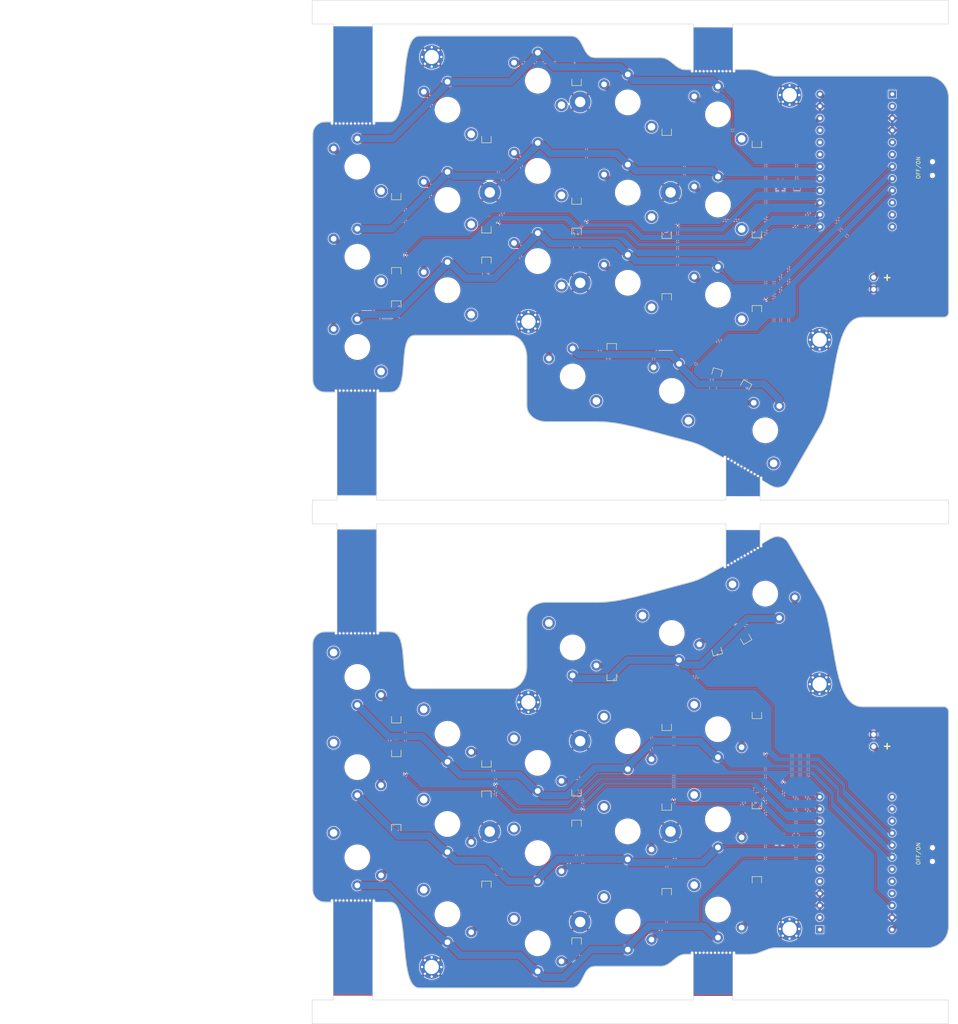
<source format=kicad_pcb>
(kicad_pcb (version 20240108) (generator "pcbnew") (generator_version "8.0")
  (title_block (title "dilemma") (rev "2") (company "bastardkb"))
  (layers (0 "F.Cu" signal) (31 "B.Cu" signal) (34 "B.Paste" user) (35 "F.Paste" user) (36 "B.SilkS" user "B.Silkscreen") (37 "F.SilkS" user "F.Silkscreen") (38 "B.Mask" user) (39 "F.Mask" user) (44 "Edge.Cuts" user))
  (net 0 "")
  (net 1 "Net-(D5001-A)")
  (net 2 "M_COL1")
  (net 3 "M_COL2")
  (net 4 "M_COL3")
  (net 5 "M_COL4")
  (net 6 "M_COL5")
  (net 7 "Net-(D5002-A)")
  (net 8 "Net-(D5003-A)")
  (net 9 "M_ROW2")
  (net 10 "M_ROW3")
  (net 11 "M_ROW4")
  (net 12 "M_ROW1")
  (net 13 "Net-(D5031-A)")
  (net 14 "Net-(D5032-A)")
  (net 15 "Net-(D5033-A)")
  (net 16 "Net-(D5034-A)")
  (net 17 "Net-(D5035-A)")
  (net 18 "Net-(D5036-A)")
  (net 19 "Net-(D5037-A)")
  (net 20 "Net-(D5038-A)")
  (net 21 "Net-(D5039-A)")
  (net 22 "Net-(D5040-A)")
  (net 23 "Net-(D5041-A)")
  (net 24 "Net-(D5042-A)")
  (net 25 "Net-(D5043-A)")
  (net 26 "Net-(D5044-A)")
  (net 27 "Net-(D5045-A)")
  (net 28 "Net-(D112-A)")
  (net 29 "Net-(D115-A)")
  (net 30 "Net-(D5005-A)")
  (net 31 "Net-(D5006-A)")
  (net 32 "Net-(D5007-A)")
  (net 33 "Net-(D5008-A)")
  (net 34 "Net-(D5010-A)")
  (net 35 "Net-(D5004-A)")
  (net 36 "Net-(D5012-A)")
  (net 37 "Net-(D5013-A)")
  (net 38 "Net-(D5014-A)")
  (net 39 "Net-(D5015-A)")
  (net 40 "Net-(D5016-A)")
  (net 41 "Net-(D5017-A)")
  (net 42 "Net-(D5018-A)")
  (net 43 "Net-(D5009-A)")
  (net 44 "BAT_SW_L")
  (net 45 "BAT_L")
  (net 47 "RESET_L")
  (net 48 "Net-(D5011-A)")
  (net 52 "M_COL1_L")
  (net 55 "M_COL2_L")
  (net 56 "VCC_L")
  (net 57 "M_COL3_L")
  (net 59 "M_COL4_L")
  (net 63 "M_COL5_L")
  (net 64 "M_ROW2_L")
  (net 65 "M_ROW3_L")
  (net 66 "M_ROW4_L")
  (net 67 "M_ROW1_L")
  (net 68 "Net-(D5046-A)")
  (net 69 "GND")
  (net 70 "BAT_SW")
  (net 71 "BAT")
  (net 81 "VCC")
  (net 83 "RESET")
  (footprint "Diode_SMD:D_SOD-123" (layer "F.Cu") (at 206.068798 66.371819 90)
    (property "Reference" "D5046" (hide yes))
    (property "Value" "D")
  )
  (footprint "Diode_SMD:D_SOD-123" (layer "F.Cu") (at 149.068798 187.621819 -90)
    (property "Reference" "D5006" (hide yes))
    (property "Value" "D")
  )
  (footprint "Diode_SMD:D_SOD-123" (layer "F.Cu") (at 187.068798 66.521819 90)
    (property "Reference" "D5044" (hide yes))
    (property "Value" "D")
  )
  (footprint "Diode_SMD:D_SOD-123" (layer "F.Cu") (at 168.068798 34.321819 90)
    (property "Reference" "D5039" (hide yes))
    (property "Value" "D")
  )
  (footprint "Diode_SMD:D_SOD-123" (layer "F.Cu") (at 168.068798 218.571819 -90)
    (property "Reference" "D5010" (hide yes))
    (property "Value" "D")
  )
  (footprint "Diode_SMD:D_SOD-123" (layer "F.Cu") (at 206.068798 186.671819 90)
    (property "Reference" "D5018" (hide yes))
    (property "Value" "D")
  )
  (footprint "Diode_SMD:D_SOD-123" (layer "F.Cu") (at 149.068798 65.371819 90)
    (property "Reference" "D5036" (hide yes))
    (property "Value" "D")
  )
  (footprint "Diode_SMD:D_SOD-123" (layer "F.Cu") (at 206.068798 205.671819 -90)
    (property "Reference" "D5017" (hide yes))
    (property "Value" "D")
  )
  (footprint "Diode_SMD:D_SOD-123" (layer "F.Cu") (at 197.268798 154.321819 105)
    (property "Reference" "D5004" (hide yes))
    (property "Value" "D")
  )
  (footprint "local-libraries:MountingHole_3mm_Pad_Via" (layer "F.Cu") (at 137.538808 30.6525)
    (property "Reference" "H101" (hide yes))
    (property "Value" "NA_M4")
  )
  (footprint "local-libraries:MountingHole_3mm_Pad_Via" (layer "F.Cu") (at 219.288808 90.2225)
    (property "Reference" "H102" (hide yes))
    (property "Value" "NA_M4")
  )
  (footprint "Diode_SMD:D_SOD-123" (layer "F.Cu") (at 187.068798 170.171819 90)
    (property "Reference" "D5009" (hide yes))
    (property "Value" "D")
  )
  (footprint "Diode_SMD:D_SOD-123" (layer "F.Cu") (at 175.468798 159.671819 90)
    (property "Reference" "D5014" (hide yes))
    (property "Value" "D")
  )
  (footprint "Diode_SMD:D_SOD-123" (layer "F.Cu") (at 130.068798 168.571819 90)
    (property "Reference" "D5003" (hide yes))
    (property "Value" "D")
  )
  (footprint "Diode_SMD:D_SOD-123" (layer "F.Cu") (at 206.068798 167.671819 90)
    (property "Reference" "D5011" (hide yes))
    (property "Value" "D")
  )
  (footprint "Diode_SMD:D_SOD-123" (layer "F.Cu") (at 149.068798 177.871819 90)
    (property "Reference" "D5007" (hide yes))
    (property "Value" "D")
  )
  (footprint "Diode_SMD:D_SOD-123" (layer "F.Cu") (at 130.068798 194.671819 -90)
    (property "Reference" "D5001" (hide yes))
    (property "Value" "D")
  )
  (footprint "local-libraries:MountingHole_3mm_Pad_Via" (layer "F.Cu") (at 219.278807 162.77917 180)
    (property "Reference" "H5002" (hide yes))
    (property "Value" "NA_M4")
  )
  (footprint "Diode_SMD:D_SOD-123" (layer "F.Cu") (at 202.968798 101.171819 -120)
    (property "Reference" "D5038" (hide yes))
    (property "Value" "D")
  )
  (footprint "local-libraries:MountingHole_3mm_Pad_Via" (layer "F.Cu") (at 212.968796 38.671818)
    (property "Reference" "H108" (hide yes))
    (property "Value" "NA_M4")
  )
  (footprint "Diode_SMD:D_SOD-123" (layer "F.Cu") (at 149.068798 75.171819 -90)
    (property "Reference" "D5037" (hide yes))
    (property "Value" "D")
  )
  (footprint "local-libraries:MountingHole_3mm_Pad_Via" (layer "F.Cu") (at 157.916916 166.573561 180)
    (property "Reference" "H5003" (hide yes))
    (property "Value" "NA_M4")
  )
  (footprint "0xB2_drawings:LP602945-PCM-LD-A14348" (layer "F.Cu") (at 216.062871 159.789552 -75)
    (property "Reference" "BT5001" (hide yes))
    (property "Value" "Battery")
  )
  (footprint "Diode_SMD:D_SOD-123" (layer "F.Cu") (at 168.068798 183.971819 90)
    (property "Reference" "D5013" (hide yes))
    (property "Value" "D")
  )
  (footprint "Diode_SMD:D_SOD-123" (layer "F.Cu") (at 175.468798 93.371819 -90)
    (property "Reference" "D5042" (hide yes))
    (property "Value" "D")
  )
  (footprint "Diode_SMD:D_SOD-123" (layer "F.Cu") (at 168.068798 193.771819 -90)
    (property "Reference" "D5012" (hide yes))
    (property "Value" "D")
  )
  (footprint "local-libraries:MountingHole_3mm_Pad_Via" (layer "F.Cu") (at 137.528807 222.34917 180)
    (property "Reference" "H5001" (hide yes))
    (property "Value" "NA_M4")
  )
  (footprint "local-libraries:battery_connector_THT" (layer "F.Cu") (at 230.668798 79.611819 180)
    (property "Reference" "J5011" (hide yes))
    (property "Value" "BATTERY_CONN_DEANS")
  )
  (footprint "Diode_SMD:D_SOD-123" (layer "F.Cu") (at 130.068798 84.371819 -90)
    (property "Reference" "D5033" (hide yes))
    (property "Value" "D")
  )
  (footprint "local-libraries:Switch_MSK-12C01-07" (layer "F.Cu") (at 243.068798 54.171819 -90)
    (property "Reference" "PSW5001" (hide yes))
    (property "Value" "SW_DPDT_x2")
  )
  (footprint "local-libraries:MountingHole_3mm_Pad_Via" (layer "F.Cu") (at 212.958795 214.329852 180)
    (property "Reference" "H5007" (hide yes))
    (property "Value" "NA_M4")
  )
  (footprint "Diode_SMD:D_SOD-123" (layer "F.Cu") (at 130.068798 175.671819 90)
    (property "Reference" "D5002" (hide yes))
    (property "Value" "D")
  )
  (footprint "Diode_SMD:D_SOD-123" (layer "F.Cu") (at 149.068798 206.621819 -90)
    (property "Reference" "D5005" (hide yes))
    (property "Value" "D")
  )
  (footprint "Library:PushSwitch" (layer "F.Cu") (at 212.568798 198.571819 -90)
    (property "Reference" "SW5021" (hide yes))
    (property "Value" "SW_SPST")
  )
  (footprint "Diode_SMD:D_SOD-123" (layer "F.Cu") (at 187.068798 186.971819 90)
    (property "Reference" "D5016" (hide yes))
    (property "Value" "D")
  )
  (footprint "Diode_SMD:D_SOD-123" (layer "F.Cu") (at 130.068798 58.371819 90)
    (property "Reference" "D5031" (hide yes))
    (property "Value" "D")
  )
  (footprint "Diode_SMD:D_SOD-123" (layer "F.Cu") (at 206.068798 47.371819 90)
    (property "Reference" "D5045" (hide yes))
    (property "Value" "D")
  )
  (footprint "Diode_SMD:D_SOD-123" (layer "F.Cu") (at 202.968798 151.871819 120)
    (property "Reference" "D5008" (hide yes))
    (property "Value" "D")
  )
  (footprint "Diode_SMD:D_SOD-123" (layer "F.Cu") (at 206.068798 85.371819 -90)
    (property "Reference" "D115" (hide yes))
    (property "Value" "D")
  )
  (footprint "Library:PushSwitch" (layer "F.Cu") (at 212.718798 54.771819 -90)
    (property "Reference" "SW5022" (hide yes))
    (property "Value" "SW_SPST")
  )
  (footprint "Diode_SMD:D_SOD-123" (layer "F.Cu") (at 149.068798 46.371819 90)
    (property "Reference" "D5035" (hide yes))
    (property "Value" "D")
  )
  (footprint "Diode_SMD:D_SOD-123" (layer "F.Cu") (at 187.068798 82.871819 -90)
    (property "Reference" "D112" (hide yes))
    (property "Value" "D")
  )
  (footprint "Diode_SMD:D_SOD-123" (layer "F.Cu") (at 187.068798 44.821819 90)
    (property "Reference" "D5043" (hide yes))
    (property "Value" "D")
  )
  (footprint "local-libraries:Switch_MSK-12C01-07" (layer "F.Cu") (at 243.068798 198.671819 -90)
    (property "Reference" "PSW5002" (hide yes))
    (property "Value" "SW_DPDT_x2")
  )
  (footprint "Diode_SMD:D_SOD-123" (layer "F.Cu") (at 130.068798 77.371819 -90)
    (property "Reference" "D5032" (hide yes))
    (property "Value" "D")
  )
  (footprint "Diode_SMD:D_SOD-123" (layer "F.Cu") (at 187.068798 208.171819 -90)
    (property "Reference" "D5015" (hide yes))
    (property "Value" "D")
  )
  (footprint "Diode_SMD:D_SOD-123" (layer "F.Cu") (at 168.068798 69.071819 -90)
    (property "Reference" "D5041" (hide yes))
    (property "Value" "D")
  )
  (footprint "Diode_SMD:D_SOD-123" (layer "F.Cu") (at 197.268798 98.671819 -105)
    (property "Reference" "D5034" (hide yes))
    (property "Value" "D")
  )
  (footprint "Diode_SMD:D_SOD-123" (layer "F.Cu") (at 168.068798 59.321819 90)
    (property "Reference" "D5040" (hide yes))
    (property "Value" "D")
  )
  (footprint "local-libraries:MountingHole_3mm_Pad_Via" (layer "F.Cu") (at 157.926917 86.428109)
    (property "Reference" "H104" (hide yes))
    (property "Value" "NA_M4")
  )
  (footprint "local-libraries:SW_Kailh_Choc_V2_1.00u" (layer "B.Cu") (at 121.863808 72.7475 180)
    (property "Reference" "SW102" (hide yes))
    (property "Value" "NA_SW_Push")
  )
  (footprint "local-libraries:SW_Kailh_Choc_V2_1.00u" (layer "B.Cu") (at 178.863808 40.2225 180)
    (property "Reference" "SW112" (hide yes))
    (property "Value" "NA_SW_Push")
  )
  (footprint "local-libraries:SW_Kailh_Choc_V2_1.00u" (layer "B.Cu") (at 159.888808 73.6475 180)
    (property "Reference" "SW109" (hide yes))
    (property "Value" "NA_SW_Push")
  )
  (footprint "local-libraries:SW_Kailh_Choc_V2_1.00u" (layer "B.Cu") (at 178.863808 59.2225 180)
    (property "Reference" "SW113" (hide yes))
    (property "Value" "NA_SW_Push")
  )
  (footprint "local-libraries:Sparkfun_Pro_Micro" (layer "B.Cu") (at 219.368798 66.431819)
    (property "Reference" "U5007" (hide yes))
    (property "Value" "eliteC")
  )
  (footprint "local-libraries:SW_Kailh_Choc_V2_1.00u" (layer "B.Cu") (at 159.878807 217.35417)
    (property "Reference" "SW5010" (hide yes))
    (property "Value" "NA_SW_Push")
  )
  (footprint "local-libraries:SW_Kailh_Choc_V2_1.00u" (layer "B.Cu") (at 140.853807 211.22917)
    (property "Reference" "SW5006" (hide yes))
    (property "Value" "NA_SW_Push")
  )
  (footprint "local-libraries:SW_Kailh_Choc_V2_1.00u" (layer "B.Cu") (at 140.863808 79.7725 180)
    (property "Reference" "SW106" (hide yes))
    (property "Value" "NA_SW_Push")
  )
  (footprint "local-libraries:SW_Kailh_Choc_V2_1.00u" (layer "B.Cu") (at 121.853807 161.25417)
    (property "Reference" "SW5004" (hide yes))
    (property "Value" "NA_SW_Push")
  )
  (footprint "local-libraries:SW_Kailh_Choc_V2_1.00u" (layer "B.Cu") (at 140.853807 192.22917)
    (property "Reference" "SW5007" (hide yes))
    (property "Value" "NA_SW_Push")
  )
  (footprint "local-libraries:Tenting_Puck" (layer "B.Cu") (at 168.818807 193.81917)
    (property "Reference" "H5008")
    (property "Value" "NA_Mount")
  )
  (footprint "local-libraries:SW_Kailh_Choc_V2_1.00u" (layer "B.Cu") (at 197.863808 61.7475 180)
    (property "Reference" "SW116" (hide yes))
    (property "Value" "NA_SW_Push")
  )
  (footprint "local-libraries:SW_Kailh_Choc_V2_1.00u" (layer "B.Cu") (at 159.878807 198.35417)
    (property "Reference" "SW5011" (hide yes))
    (property "Value" "NA_SW_Push")
  )
  (footprint "local-libraries:SW_Kailh_Choc_V2_1.00u" (layer "B.Cu") (at 207.838808 109.2975 150)
    (property "Reference" "SW119" (hide yes))
    (property "Value" "NA_SW_Push")
  )
  (footprint "local-libraries:SW_Kailh_Choc_V2_1.00u" (layer "B.Cu") (at 140.863808 41.7725 180)
    (property "Reference" "SW104" (hide yes))
    (property "Value" "NA_SW_Push")
  )
  (footprint "local-libraries:SW_Kailh_Choc_V2_1.00u" (layer "B.Cu") (at 197.853807 172.25417)
    (property "Reference" "SW5019" (hide yes))
    (property "Value" "NA_SW_Push")
  )
  (footprint "local-libraries:SW_Kailh_Choc_V2_1.00u" (layer "B.Cu") (at 121.853807 199.25417)
    (property "Reference" "SW5002" (hide yes))
    (property "Value" "NA_SW_Push")
  )
  (footprint "local-libraries:Tenting_Puck" (layer "B.Cu") (at 168.828808 59.1825 180)
    (property "Reference" "H111")
    (property "Value" "NA_Mount")
  )
  (footprint "local-libraries:SW_Kailh_Choc_V2_1.00u" (layer "B.Cu") (at 197.853807 210.25417)
    (property "Reference" "SW5017" (hide yes))
    (property "Value" "NA_SW_Push")
  )
  (footprint "local-libraries:SW_Kailh_Choc_V2_1.00u" (layer "B.Cu") (at 188.128807 152.00417 15)
    (property "Reference" "SW5005" (hide yes))
    (property "Value" "NA_SW_Push")
  )
  (footprint "local-libraries:SW_Kailh_Choc_V2_1.00u" (layer "B.Cu") (at 197.863808 80.7475 180)
    (property "Reference" "SW117" (hide yes))
    (property "Value" "NA_SW_Push")
  )
  (footprint "local-libraries:SW_Kailh_Choc_V2_1.00u" (layer "B.Cu") (at 121.863808 53.7475 180)
    (property "Reference" "SW101" (hide yes))
    (property "Value" "NA_SW_Push")
  )
  (footprint "local-libraries:SW_Kailh_Choc_V2_1.00u" (layer "B.Cu") (at 178.863808 78.2225 180)
    (property "Reference" "SW114" (hide yes))
    (property "Value" "NA_SW_Push")
  )
  (footprint "local-libraries:battery_connector_THT" (layer "B.Cu") (at 230.668798 173.371819 180)
    (property "Reference" "J5001" (hide yes))
    (property "Value" "BATTERY_CONN_DEANS")
  )
  (footprint "local-libraries:SW_Kailh_Choc_V2_1.00u" (layer "B.Cu") (at 159.878807 179.35417)
    (property "Reference" "SW5012" (hide yes))
    (property "Value" "NA_SW_Push")
  )
  (footprint "local-libraries:SW_Kailh_Choc_V2_1.00u" (layer "B.Cu") (at 140.853807 173.22917)
    (property "Reference" "SW5008" (hide yes))
    (property "Value" "NA_SW_Push")
  )
  (footprint "local-libraries:Sparkfun_Pro_Micro" (layer "B.Cu") (at 234.568798 186.531819 180)
    (property "Reference" "U5001" (hide yes))
    (property "Value" "eliteC")
  )
  (footprint "local-libraries:SW_Kailh_Choc_V2_1.00u" (layer "B.Cu") (at 159.888808 54.6475 180)
    (property "Reference" "SW108" (hide yes))
    (property "Value" "NA_SW_Push")
  )
  (footprint "local-libraries:SW_Kailh_Choc_V2_1.00u" (layer "B.Cu") (at 121.863808 91.7475 180)
    (property "Reference" "SW103" (hide yes))
    (property "Value" "NA_SW_Push")
  )
  (footprint "local-libraries:SW_Kailh_Choc_V2_1.00u" (layer "B.Cu") (at 167.238808 97.96 180)
    (property "Reference" "SW3001" (hide yes))
    (property "Value" "NA_SW_Push")
  )
  (footprint "local-libraries:SW_Kailh_Choc_V2_1.00u" (layer "B.Cu") (at 197.853807 191.25417)
    (property "Reference" "SW5018" (hide yes))
    (property "Value" "NA_SW_Push")
  )
  (footprint "local-libraries:SW_Kailh_Choc_V2_1.00u" (layer "B.Cu") (at 188.138808 100.9975 165)
    (property "Reference" "SW118" (hide yes))
    (property "Value" "NA_SW_Push")
  )
  (footprint "local-libraries:SW_Kailh_Choc_V2_1.00u" (layer "B.Cu") (at 140.863808 60.7725 180)
    (property "Reference" "SW105" (hide yes))
    (property "Value" "NA_SW_Push")
  )
  (footprint "local-libraries:SW_Kailh_Choc_V2_1.00u" (layer "B.Cu") (at 207.828807 143.70417 30)
    (property "Reference" "SW5009" (hide yes))
    (property "Value" "NA_SW_Push")
  )
  (footprint "local-libraries:SW_Kailh_Choc_V2_1.00u" (layer "B.Cu") (at 178.853807 212.77917)
    (property "Reference" "SW5014" (hide yes))
    (property "Value" "NA_SW_Push")
  )
  (footprint "local-libraries:SW_Kailh_Choc_V2_1.00u" (layer "B.Cu") (at 159.888808 35.6475 180)
    (property "Reference" "SW107" (hide yes))
    (property "Value" "NA_SW_Push")
  )
  (footprint "local-libraries:SW_Kailh_Choc_V2_1.00u" (layer "B.Cu") (at 178.853807 193.77917)
    (property "Reference" "SW5015" (hide yes))
    (property "Value" "NA_SW_Push")
  )
  (footprint "local-libraries:SW_Kailh_Choc_V2_1.00u" (layer "B.Cu") (at 178.853807 174.77917)
    (property "Reference" "SW5016" (hide yes))
    (property "Value" "NA_SW_Push")
  )
  (footprint "local-libraries:SW_Kailh_Choc_V2_1.00u" (layer "B.Cu") (at 167.228807 155.04167)
    (property "Reference" "SW5013" (hide yes))
    (property "Value" "NA_SW_Push")
  )
  (footprint "local-libraries:SW_Kailh_Choc_V2_1.00u" (layer "B.Cu") (at 121.853807 180.25417)
    (property "Reference" "SW5003" (hide yes))
    (property "Value" "NA_SW_Push")
  )
  (footprint "local-libraries:SW_Kailh_Choc_V2_1.00u" (layer "B.Cu") (at 197.863808 42.7475 180)
    (property "Reference" "SW115" (hide yes))
    (property "Value" "NA_SW_Push")
  )
  (gr_circle (center 200.430752 219.345233) (end 200.180752 219.345233) (stroke (width 0.05)) (fill none) (layer "Edge.Cuts"))
  (gr_circle (center 194.830752 219.345233) (end 194.580752 219.345233) (stroke (width 0.05)) (fill none) (layer "Edge.Cuts"))
  (gr_line (start 131.609897 95.281467) (end 131.799312 93.017475) (stroke (width 0.2)) (layer "Edge.Cuts"))
  (gr_line (start 194.850709 140.194548) (end 193.643809 140.754147) (stroke (width 0.2)) (layer "Edge.Cuts"))
  (gr_line (start 208.683769 218.525545) (end 207.418055 219.002728) (stroke (width 0.2)) (layer "Edge.Cuts"))
  (gr_line (start 130.899102 41.620732) (end 131.047873 40.960231) (stroke (width 0.2)) (layer "Edge.Cuts"))
  (gr_line (start 246.430753 23.701491) (end 246.430753 18.701491) (stroke (width 0.1)) (layer "Edge.Cuts"))
  (gr_line (start 207.418055 219.002728) (end 206.152342 219.479911) (stroke (width 0.2)) (layer "Edge.Cuts"))
  (gr_circle (center 193.240753 33.656437) (end 192.990753 33.656437) (stroke (width 0.05)) (fill none) (layer "Edge.Cuts"))
  (gr_line (start 131.037872 212.041439) (end 130.889101 211.380938) (stroke (width 0.2)) (layer "Edge.Cuts"))
  (gr_line (start 129.222453 101.239072) (end 129.573001 101.150067) (stroke (width 0.2)) (layer "Edge.Cuts"))
  (gr_circle (center 198.840753 33.656437) (end 198.590753 33.656437) (stroke (width 0.05)) (fill none) (layer "Edge.Cuts"))
  (gr_line (start 177.776736 144.93688) (end 176.460356 145.172514) (stroke (width 0.2)) (layer "Edge.Cuts"))
  (gr_line (start 201.480752 219.682624) (end 201.480752 219.345233) (stroke (width 0.1)) (layer "Edge.Cuts"))
  (gr_line (start 221.594328 100.913514) (end 221.919906 99.012586) (stroke (width 0.2)) (layer "Edge.Cuts"))
  (gr_line (start 112.350753 18.701491) (end 246.430753 18.701491) (stroke (width 0.1)) (layer "Edge.Cuts"))
  (gr_line (start 167.336419 226.737292) (end 167.762606 226.603534) (stroke (width 0.2)) (layer "Edge.Cuts"))
  (gr_line (start 130.315086 209.779439) (end 130.07446 209.391415) (stroke (width 0.2)) (layer "Edge.Cuts"))
  (gr_line (start 157.574848 104.016277) (end 157.597033 104.427042) (stroke (width 0.2)) (layer "Edge.Cuts"))
  (gr_line (start 112.89528 207.552053) (end 113.20744 207.925959) (stroke (width 0.2)) (layer "Edge.Cuts"))
  (gr_line (start 112.89528 152.863382) (end 112.656017 153.29221) (stroke (width 0.2)) (layer "Edge.Cuts"))
  (gr_line (start 125.900752 129.000179) (end 125.900752 152.070179) (stroke (width 0.1)) (layer "Edge.Cuts"))
  (gr_line (start 117.110753 101.268882) (end 115.035683 101.268882) (stroke (width 0.2)) (layer "Edge.Cuts"))
  (gr_line (start 130.158188 152.201703) (end 129.877867 151.998601) (stroke (width 0.2)) (layer "Edge.Cuts"))
  (gr_line (start 157.327505 92.227359) (end 157.511737 93.02951) (stroke (width 0.2)) (layer "Edge.Cuts"))
  (gr_line (start 157.770102 105.163269) (end 157.916015 105.490789) (stroke (width 0.2)) (layer "Edge.Cuts"))
  (gr_line (start 132.484346 223.423894) (end 132.651131 224.084394) (stroke (width 0.2)) (layer "Edge.Cuts"))
  (gr_line (start 156.634356 90.776229) (end 157.032302 91.469447) (stroke (width 0.2)) (layer "Edge.Cuts"))
  (gr_line (start 172.035569 30.794032) (end 171.549723 30.748638) (stroke (width 0.2)) (layer "Edge.Cuts"))
  (gr_line (start 157.662806 104.809074) (end 157.770102 105.163269) (stroke (width 0.2)) (layer "Edge.Cuts"))
  (gr_line (start 207.428056 33.998942) (end 208.69377 34.476125) (stroke (width 0.2)) (layer "Edge.Cuts"))
  (gr_line (start 175.136419 145.356902) (end 173.802984 145.475928) (stroke (width 0.2)) (layer "Edge.Cuts"))
  (gr_line (start 223.953686 89.730766) (end 224.24748 88.980574) (stroke (width 0.2)) (layer "Edge.Cuts"))
  (gr_line (start 167.772607 26.398136) (end 167.34642 26.264378) (stroke (width 0.2)) (layer "Edge.Cuts"))
  (gr_line (start 224.237479 164.021096) (end 223.943685 163.270904) (stroke (width 0.2)) (layer "Edge.Cuts"))
  (gr_line (start 207.17418 133.56518) (end 207.170752 133.180179) (stroke (width 0.1)) (layer "Edge.Cuts"))
  (gr_circle (center 122.130752 208.345255) (end 121.880752 208.345255) (stroke (width 0.05)) (fill none) (layer "Edge.Cuts"))
  (gr_line (start 221.909905 153.989084) (end 221.584327 152.088156) (stroke (width 0.2)) (layer "Edge.Cuts"))
  (gr_circle (center 119.750752 152.070179) (end 120.000752 152.070179) (stroke (width 0.05)) (fill none) (layer "Edge.Cuts"))
  (gr_circle (center 119.730752 208.345255) (end 119.480752 208.345255) (stroke (width 0.05)) (fill none) (layer "Edge.Cuts"))
  (gr_line (start 125.910753 100.931491) (end 125.910753 124.001491) (stroke (width 0.1)) (layer "Edge.Cuts"))
  (gr_line (start 157.760101 147.838401) (end 157.652805 148.192596) (stroke (width 0.2)) (layer "Edge.Cuts"))
  (gr_line (start 170.148003 29.764793) (end 169.897061 29.371478) (stroke (width 0.2)) (layer "Edge.Cuts"))
  (gr_circle (center 206.264853 134.09018) (end 206.48136 133.96518) (stroke (width 0.05)) (fill none) (layer "Edge.Cuts"))
  (gr_arc (start 116.280752 208.345255) (mid 116.530752 208.095255) (end 116.780752 208.345255) (stroke (width 0.1)) (layer "Edge.Cuts"))
  (gr_line (start 225.290757 87.104272) (end 225.699308 86.62242) (stroke (width 0.2)) (layer "Edge.Cuts"))
  (gr_line (start 132.851085 163.238703) (end 132.635352 162.981989) (stroke (width 0.2)) (layer "Edge.Cuts"))
  (gr_line (start 153.96835 89.294052) (end 154.407689 89.320872) (stroke (width 0.2)) (layer "Edge.Cuts"))
  (gr_line (start 200.990753 33.656437) (end 200.990753 23.701491) (stroke (width 0.1)) (layer "Edge.Cuts"))
  (gr_line (start 112.330752 229.300179) (end 116.780752 229.300179) (stroke (width 0.1)) (layer "Edge.Cuts"))
  (gr_line (start 133.69312 89.323862) (end 134.035645 89.294052) (stroke (width 0.2)) (layer "Edge.Cuts"))
  (gr_line (start 129.509413 208.862236) (end 129.182678 208.727704) (stroke (width 0.2)) (layer "Edge.Cuts"))
  (gr_line (start 128.835503 44.319024) (end 129.192679 44.273966) (stroke (width 0.2)) (layer "Edge.Cuts"))
  (gr_line (start 176.460356 145.172514) (end 175.136419 145.356902) (stroke (width 0.2)) (layer "Edge.Cuts"))
  (gr_line (start 134.560503 226.737628) (end 134.958349 226.782686) (stroke (width 0.2)) (layer "Edge.Cuts"))
  (gr_line (start 157.564847 159.137705) (end 157.501736 159.97216) (stroke (width 0.2)) (layer "Edge.Cuts"))
  (gr_line (start 113.581346 208.238119) (end 114.010174 208.477381) (stroke (width 0.2)) (layer "Edge.Cuts"))
  (gr_line (start 158.097207 105.792817) (end 158.310185 106.07039) (stroke (width 0.2)) (layer "Edge.Cuts"))
  (gr_line (start 189.010765 220.467745) (end 188.425586 220.945131) (stroke (width 0.2)) (layer "Edge.Cuts"))
  (gr_arc (start 126.400752 152.070179) (mid 126.150752 152.320179) (end 125.900752 152.070179) (stroke (width 0.1)) (layer "Edge.Cuts"))
  (gr_line (start 125.590753 44.656415) (end 125.590753 44.319024) (stroke (width 0.1)) (layer "Edge.Cuts"))
  (gr_circle (center 198.030752 219.345233) (end 197.780752 219.345233) (stroke (width 0.05)) (fill none) (layer "Edge.Cuts"))
  (gr_line (start 133.683119 163.677808) (end 133.373709 163.588803) (stroke (width 0.2)) (layer "Edge.Cuts"))
  (gr_line (start 209.336441 218.376079) (end 208.683769 218.525545) (stroke (width 0.2)) (layer "Edge.Cuts"))
  (gr_circle (center 125.360753 100.931491) (end 125.610753 100.931491) (stroke (width 0.05)) (fill none) (layer "Edge.Cuts"))
  (gr_line (start 168.143611 26.613624) (end 167.772607 26.398136) (stroke (width 0.2)) (layer "Edge.Cuts"))
  (gr_line (start 114.50145 44.371797) (end 114.020175 44.524289) (stroke (width 0.2)) (layer "Edge.Cuts"))
  (gr_line (start 187.227712 221.831218) (end 186.562469 222.108763) (stroke (width 0.2)) (layer "Edge.Cuts"))
  (gr_line (start 132.635352 162.981989) (end 132.447791 162.674679) (stroke (width 0.2)) (layer "Edge.Cuts"))
  (gr_circle (center 198.830752 219.345233) (end 198.580752 219.345233) (stroke (width 0.05)) (fill none) (layer "Edge.Cuts"))
  (gr_line (start 114.50145 44.371797) (end 115.035683 44.319024) (stroke (width 0.2)) (layer "Edge.Cuts"))
  (gr_line (start 131.742335 35.269004) (end 131.909805 33.526759) (stroke (width 0.2)) (layer "Edge.Cuts"))
  (gr_line (start 115.025682 151.732788) (end 117.100752 151.732788) (stroke (width 0.2)) (layer "Edge.Cuts"))
  (gr_line (start 226.618395 85.903503) (end 227.131801 85.67417) (stroke (width 0.2)) (layer "Edge.Cuts"))
  (gr_line (start 226.131332 166.780914) (end 225.689307 166.37925) (stroke (width 0.2)) (layer "Edge.Cuts"))
  (gr_line (start 206.741167 129.000179) (end 206.741167 133.81518) (stroke (width 0.1)) (layer "Edge.Cuts"))
  (gr_line (start 212.656116 132.94469) (end 212.343294 132.508429) (stroke (width 0.2)) (layer "Edge.Cuts"))
  (gr_circle (center 193.230752 219.345233) (end 192.980752 219.345233) (stroke (width 0.05)) (fill none) (layer "Edge.Cuts"))
  (gr_circle (center 118.950752 152.070179) (end 119.200752 152.070179) (stroke (width 0.05)) (fill none) (layer "Edge.Cuts"))
  (gr_line (start 166.860573 26.218984) (end 134.96835 26.218984) (stroke (width 0.2)) (layer "Edge.Cuts"))
  (gr_line (start 134.025644 163.707618) (end 133.683119 163.677808) (stroke (width 0.2)) (layer "Edge.Cuts"))
  (gr_line (start 246.460752 129.000179) (end 206.741167 129.000179) (stroke (width 0.1)) (layer "Edge.Cuts"))
  (gr_circle (center 124.550752 152.070179) (end 124.800752 152.070179) (stroke (width 0.05)) (fill none) (layer "Edge.Cuts"))
  (gr_line (start 133.564629 226.073917) (end 133.864495 226.380907) (stroke (width 0.2)) (layer "Edge.Cuts"))
  (gr_line (start 116.290753 44.319024) (end 116.290753 44.656415) (stroke (width 0.1)) (layer "Edge.Cuts"))
  (gr_arc (start 206.751168 119.18649) (mid 207.092675 119.094983) (end 207.184181 119.43649) (stroke (width 0.1)) (layer "Edge.Cuts"))
  (gr_arc (start 246.470773 84.488994) (mid 246.177873 85.196088) (end 245.470773 85.488974) (stroke (width 0.2)) (layer "Edge.Cuts"))
  (gr_line (start 129.212452 151.762598) (end 128.825502 151.732788) (stroke (width 0.2)) (layer "Edge.Cuts"))
  (gr_line (start 112.656017 207.123224) (end 112.89528 207.552053) (stroke (width 0.2)) (layer "Edge.Cuts"))
  (gr_line (start 131.789311 159.984195) (end 131.599896 157.720203) (stroke (width 0.2)) (layer "Edge.Cuts"))
  (gr_line (start 191.035531 33.319046) (end 192.190753 33.319046) (stroke (width 0.2)) (layer "Edge.Cuts"))
  (gr_line (start 155.522708 163.296471) (end 155.178563 163.471967) (stroke (width 0.2)) (layer "Edge.Cuts"))
  (gr_line (start 112.460753 46.893954) (end 112.460753 98.693952) (stroke (width 0.2)) (layer "Edge.Cuts"))
  (gr_circle (center 194.040753 33.656437) (end 193.790753 33.656437) (stroke (width 0.05)) (fill none) (layer "Edge.Cuts"))
  (gr_circle (center 197.240753 33.656437) (end 196.990753 33.656437) (stroke (width 0.05)) (fill none) (layer "Edge.Cuts"))
  (gr_line (start 186.213826 30.819085) (end 186.57247 30.892907) (stroke (width 0.2)) (layer "Edge.Cuts"))
  (gr_line (start 197.187521 138.902133) (end 194.850709 140.194548) (stroke (width 0.2)) (layer "Edge.Cuts"))
  (gr_line (start 173.802984 145.475928) (end 172.458349 145.517369) (stroke (width 0.2)) (layer "Edge.Cuts"))
  (gr_line (start 129.887868 101.003069) (end 130.168189 100.799967) (stroke (width 0.2)) (layer "Edge.Cuts"))
  (gr_line (start 192.690753 33.656437) (end 192.690753 23.701491) (stroke (width 0.1)) (layer "Edge.Cuts"))
  (gr_circle (center 203.493572 135.69018) (end 203.710079 135.56518) (stroke (width 0.05)) (fill none) (layer "Edge.Cuts"))
  (gr_line (start 131.217378 154.42674) (end 130.968246 153.517955) (stroke (width 0.2)) (layer "Edge.Cuts"))
  (gr_circle (center 204.889214 118.11149) (end 205.10572 118.23649) (stroke (width 0.05)) (fill none) (layer "Edge.Cuts"))
  (gr_line (start 222.590151 157.903591) (end 221.909905 153.989084) (stroke (width 0.2)) (layer "Edge.Cuts"))
  (gr_arc (start 116.790753 44.656415) (mid 116.540753 44.906415) (end 116.290753 44.656415) (stroke (width 0.1)) (layer "Edge.Cuts"))
  (gr_line (start 172.458349 145.517369) (end 161.588524 145.517369) (stroke (width 0.2)) (layer "Edge.Cuts"))
  (gr_line (start 210.120805 131.672244) (end 209.62777 131.780816) (stroke (width 0.2)) (layer "Edge.Cuts"))
  (gr_line (start 190.647348 219.707678) (end 190.288704 219.7815) (stroke (width 0.2)) (layer "Edge.Cuts"))
  (gr_circle (center 120.550752 152.070179) (end 120.800752 152.070179) (stroke (width 0.05)) (fill none) (layer "Edge.Cuts"))
  (gr_circle (center 122.160753 100.931491) (end 122.410753 100.931491) (stroke (width 0.05)) (fill none) (layer "Edge.Cuts"))
  (gr_line (start 192.379494 141.18401) (end 182.995259 143.698512) (stroke (width 0.2)) (layer "Edge.Cuts"))
  (gr_line (start 197.187521 138.902133) (end 198.951448 137.922991) (stroke (width 0.2)) (layer "Edge.Cuts"))
  (gr_line (start 133.295133 225.685893) (end 133.564629 226.073917) (stroke (width 0.2)) (layer "Edge.Cuts"))
  (gr_circle (center 195.640753 33.656437) (end 195.390753 33.656437) (stroke (width 0.05)) (fill none) (layer "Edge.Cuts"))
  (gr_line (start 131.227379 98.57493) (end 131.400203 97.545459) (stroke (width 0.2)) (layer "Edge.Cuts"))
  (gr_line (start 171.123536 30.61488) (end 170.752532 30.399392) (stroke (width 0.2)) (layer "Edge.Cuts"))
  (gr_line (start 227.1218 167.3275) (end 226.608394 167.098167) (stroke (width 0.2)) (layer "Edge.Cuts"))
  (gr_line (start 132.447791 162.674679) (end 132.149008 161.922451) (stroke (width 0.2)) (layer "Edge.Cuts"))
  (gr_line (start 246.430753 23.701491) (end 200.990753 23.701491) (stroke (width 0.1)) (layer "Edge.Cuts"))
  (gr_line (start 219.818976 107.626499) (end 220.058544 107.086712) (stroke (width 0.2)) (layer "Edge.Cuts"))
  (gr_line (start 132.84038 224.685636) (end 133.054349 225.221392) (stroke (width 0.2)) (layer "Edge.Cuts"))
  (gr_line (start 125.080752 229.300179) (end 192.680752 229.300179) (stroke (width 0.1)) (layer "Edge.Cuts"))
  (gr_circle (center 121.340753 44.656415) (end 121.090753 44.656415) (stroke (width 0.05)) (fill none) (layer "Edge.Cuts"))
  (gr_line (start 172.025568 222.207638) (end 185.825642 222.207638) (stroke (width 0.2)) (layer "Edge.Cuts"))
  (gr_line (start 156.136043 90.1764) (end 156.634356 90.776229) (stroke (width 0.2)) (layer "Edge.Cuts"))
  (gr_line (start 168.13361 226.388046) (end 168.456067 226.100654) (stroke (width 0.2)) (layer "Edge.Cuts"))
  (gr_line (start 129.816342 43.917245) (end 130.084461 43.610255) (stroke (width 0.2)) (layer "Edge.Cuts"))
  (gr_circle (center 124.560753 100.931491) (end 124.810753 100.931491) (stroke (width 0.05)) (fill none) (layer "Edge.Cuts"))
  (gr_line (start 157.574848 93.863965) (end 157.574848 104.016277) (stroke (width 0.2)) (layer "Edge.Cuts"))
  (gr_line (start 155.848053 89.922348) (end 156.136043 90.1764) (stroke (width 0.2)) (layer "Edge.Cuts"))
  (gr_circle (center 120.560753 100.931491) (end 120.810753 100.931491) (stroke (width 0.05)) (fill none) (layer "Edge.Cuts"))
  (gr_line (start 206.152342 219.479911) (end 205.499669 219.629377) (stroke (width 0.2)) (layer "Edge.Cuts"))
  (gr_line (start 126.410753 101.268882) (end 126.410753 100.931491) (stroke (width 0.1)) (layer "Edge.Cuts"))
  (gr_line (start 209.62777 131.780816) (end 209.138729 132.002223) (stroke (width 0.2)) (layer "Edge.Cuts"))
  (gr_line (start 210.611806 131.665037) (end 210.120805 131.672244) (stroke (width 0.2)) (layer "Edge.Cuts"))
  (gr_line (start 168.466068 26.901016) (end 168.143611 26.613624) (stroke (width 0.2)) (layer "Edge.Cuts"))
  (gr_line (start 131.179126 40.247096) (end 131.399003 38.691044) (stroke (width 0.2)) (layer "Edge.Cuts"))
  (gr_arc (start 241.970753 34.678833) (mid 245.086771 35.930002) (end 246.471666 38.988933) (stroke (width 0.2)) (layer "Edge.Cuts"))
  (gr_line (start 211.548978 131.916149) (end 211.091692 131.748421) (stroke (width 0.2)) (layer "Edge.Cuts"))
  (gr_circle (center 201.425112 116.11149) (end 201.641619 116.23649) (stroke (width 0.05)) (fill none) (layer "Edge.Cuts"))
  (gr_line (start 130.621475 152.765727) (end 130.405455 152.458417) (stroke (width 0.2)) (layer "Edge.Cuts"))
  (gr_line (start 112.380753 124.001491) (end 117.610753 124.001491) (stroke (width 0.1)) (layer "Edge.Cuts"))
  (gr_arc (start 207.17418 133.56518) (mid 207.082674 133.906688) (end 206.741167 133.81518) (stroke (width 0.1)) (layer "Edge.Cuts"))
  (gr_circle (center 200.732292 115.71149) (end 200.948798 115.83649) (stroke (width 0.05)) (fill none) (layer "Edge.Cuts"))
  (gr_line (start 182.995259 143.698512) (end 180.393411 144.361112) (stroke (width 0.2)) (layer "Edge.Cuts"))
  (gr_line (start 161.588524 145.517369) (end 160.803248 145.580323) (stroke (width 0.2)) (layer "Edge.Cuts"))
  (gr_circle (center 117.340753 44.656415) (end 117.090753 44.656415) (stroke (width 0.05)) (fill none) (layer "Edge.Cuts"))
  (gr_circle (center 124.530752 208.345255) (end 124.280752 208.345255) (stroke (width 0.05)) (fill none) (layer "Edge.Cuts"))
  (gr_line (start 190.288704 219.7815) (end 189.623461 220.059045) (stroke (width 0.2)) (layer "Edge.Cuts"))
  (gr_line (start 132.645353 90.019681) (end 132.861086 89.762967) (stroke (width 0.2)) (layer "Edge.Cuts"))
  (gr_line (start 130.720478 210.779696) (end 130.529815 210.24394) (stroke (width 0.2)) (layer "Edge.Cuts"))
  (gr_line (start 131.899804 219.474911) (end 132.094232 221.154706) (stroke (width 0.2)) (layer "Edge.Cuts"))
  (gr_line (start 115.035683 44.319024) (end 116.290753 44.319024) (stroke (width 0.2)) (layer "Edge.Cuts"))
  (gr_line (start 220.058544 107.086712) (end 220.285382 106.488055) (stroke (width 0.2)) (layer "Edge.Cuts"))
  (gr_line (start 131.732334 217.732666) (end 131.569486 215.990421) (stroke (width 0.2)) (layer "Edge.Cuts"))
  (gr_line (start 114.50145 101.216108) (end 115.035683 101.268882) (stroke (width 0.2)) (layer "Edge.Cuts"))
  (gr_circle (center 203.503573 117.31149) (end 203.72008 117.43649) (stroke (width 0.05)) (fill none) (layer "Edge.Cuts"))
  (gr_line (start 130.978247 99.483715) (end 131.227379 98.57493) (stroke (width 0.2)) (layer "Edge.Cuts"))
  (gr_line (start 211.970596 132.167888) (end 211.548978 131.916149) (stroke (width 0.2)) (layer "Edge.Cuts"))
  (gr_line (start 132.651131 224.084394) (end 132.84038 224.685636) (stroke (width 0.2)) (layer "Edge.Cuts"))
  (gr_line (start 192.180752 219.345233) (end 192.180752 219.682624) (stroke (width 0.1)) (layer "Edge.Cuts"))
  (gr_line (start 112.460753 98.693952) (end 112.513527 99.228185) (stroke (width 0.2)) (layer "Edge.Cuts"))
  (gr_line (start 133.373709 163.588803) (end 133.096726 163.441805) (stroke (width 0.2)) (layer "Edge.Cuts"))
  (gr_circle (center 121.360753 100.931491) (end 121.610753 100.931491) (stroke (width 0.05)) (fill none) (layer "Edge.Cuts"))
  (gr_circle (center 199.640753 33.656437) (end 199.390753 33.656437) (stroke (width 0.05)) (fill none) (layer "Edge.Cuts"))
  (gr_line (start 224.90391 165.340169) (end 224.556836 164.712847) (stroke (width 0.2)) (layer "Edge.Cuts"))
  (gr_line (start 113.20744 152.489475) (end 112.89528 152.863382) (stroke (width 0.2)) (layer "Edge.Cuts"))
  (gr_line (start 180.403412 108.640558) (end 183.00526 109.303158) (stroke (width 0.2)) (layer "Edge.Cuts"))
  (gr_line (start 222.978794 159.813439) (end 222.590151 157.903591) (stroke (width 0.2)) (layer "Edge.Cuts"))
  (gr_line (start 157.317504 160.774311) (end 157.022301 161.532223) (stroke (width 0.2)) (layer "Edge.Cuts"))
  (gr_line (start 201.490753 33.656437) (end 201.490753 33.319046) (stroke (width 0.1)) (layer "Edge.Cuts"))
  (gr_line (start 125.910753 124.001491) (end 199.563158 124.001491) (stroke (width 0.1)) (layer "Edge.Cuts"))
  (gr_line (start 112.450752 154.307718) (end 112.450752 206.107716) (stroke (width 0.2)) (layer "Edge.Cuts"))
  (gr_line (start 160.813249 107.421347) (end 161.598525 107.484301) (stroke (width 0.2)) (layer "Edge.Cuts"))
  (gr_line (start 131.389002 214.310626) (end 131.169125 212.754574) (stroke (width 0.2)) (layer "Edge.Cuts"))
  (gr_line (start 114.491449 151.785562) (end 114.010174 151.938053) (stroke (width 0.2)) (layer "Edge.Cuts"))
  (gr_line (start 221.247809 150.289694) (end 220.886887 148.637318) (stroke (width 0.2)) (layer "Edge.Cuts"))
  (gr_circle (center 205.572033 134.49018) (end 205.788539 134.36518) (stroke (width 0.05)) (fill none) (layer "Edge.Cuts"))
  (gr_line (start 158.807939 146.446777) (end 158.300184 146.93128) (stroke (width 0.2)) (layer "Edge.Cuts"))
  (gr_circle (center 123.760753 100.931491) (end 124.010753 100.931491) (stroke (width 0.05)) (fill none) (layer "Edge.Cuts"))
  (gr_line (start 128.835503 101.268882) (end 129.222453 101.239072) (stroke (width 0.2)) (layer "Edge.Cuts"))
  (gr_line (start 168.456067 226.100654) (end 168.738139 225.753447) (stroke (width 0.2)) (layer "Edge.Cuts"))
  (gr_line (start 192.680752 229.300179) (end 192.680752 219.345233) (stroke (width 0.1)) (layer "Edge.Cuts"))
  (gr_line (start 132.21846 31.049721) (end 132.104233 31.846964) (stroke (width 0.2)) (layer "Edge.Cuts"))
  (gr_line (start 132.104233 31.846964) (end 131.909805 33.526759) (stroke (width 0.2)) (layer "Edge.Cuts"))
  (gr_line (start 226.141333 86.220756) (end 226.618395 85.903503) (stroke (width 0.2)) (layer "Edge.Cuts"))
  (gr_line (start 223.423795 161.620401) (end 222.978794 159.813439) (stroke (width 0.2)) (layer "Edge.Cuts"))
  (gr_line (start 130.818314 99.881492) (end 130.978247 99.483715) (stroke (width 0.2)) (layer "Edge.Cuts"))
  (gr_line (start 157.587032 148.574628) (end 157.564847 148.985393) (stroke (width 0.2)) (layer "Edge.Cuts"))
  (gr_line (start 220.886887 148.637318) (end 220.69361 147.878027) (stroke (width 0.2)) (layer "Edge.Cuts"))
  (gr_line (start 175.14642 107.644768) (end 176.470357 107.829156) (stroke (width 0.2)) (layer "Edge.Cuts"))
  (gr_line (start 220.500122 105.832727) (end 220.703611 105.123643) (stroke (width 0.2)) (layer "Edge.Cuts"))
  (gr_line (start 168.999082 27.641538) (end 168.74814 27.248223) (stroke (width 0.2)) (layer "Edge.Cuts"))
  (gr_line (start 220.285382 106.488055) (end 220.500122 105.832727) (stroke (width 0.2)) (layer "Edge.Cuts"))
  (gr_circle (center 118.930752 208.345255) (end 118.680752 208.345255) (stroke (width 0.05)) (fill none) (layer "Edge.Cuts"))
  (gr_line (start 134.958349 226.782686) (end 166.850572 226.782686) (stroke (width 0.2)) (layer "Edge.Cuts"))
  (gr_line (start 112.340752 234.300179) (end 112.330752 229.300179) (stroke (width 0.1)) (layer "Edge.Cuts"))
  (gr_circle (center 202.107932 136.49018) (end 202.324438 136.36518) (stroke (width 0.05)) (fill none) (layer "Edge.Cuts"))
  (gr_circle (center 205.582034 118.51149) (end 205.79854 118.63649) (stroke (width 0.05)) (fill none) (layer "Edge.Cuts"))
  (gr_line (start 129.192679 44.273966) (end 129.519414 44.139434) (stroke (width 0.2)) (layer "Edge.Cuts"))
  (gr_line (start 170.430075 30.111999) (end 170.148003 29.764793) (stroke (width 0.2)) (layer "Edge.Cuts"))
  (gr_line (start 167.762606 226.603534) (end 168.13361 226.388046) (stroke (width 0.2)) (layer "Edge.Cuts"))
  (gr_circle (center 119.760753 100.931491) (end 120.010753 100.931491) (stroke (width 0.05)) (fill none) (layer "Edge.Cuts"))
  (gr_circle (center 118.130752 208.345255) (end 117.880752 208.345255) (stroke (width 0.05)) (fill none) (layer "Edge.Cuts"))
  (gr_line (start 116.780752 229.300179) (end 116.780752 208.345255) (stroke (width 0.1)) (layer "Edge.Cuts"))
  (gr_circle (center 202.117933 116.51149) (end 202.334439 116.63649) (stroke (width 0.05)) (fill none) (layer "Edge.Cuts"))
  (gr_line (start 131.399003 38.691044) (end 131.579487 37.011249) (stroke (width 0.2)) (layer "Edge.Cuts"))
  (gr_line (start 171.539722 222.253032) (end 172.025568 222.207638) (stroke (width 0.2)) (layer "Edge.Cuts"))
  (gr_line (start 134.96835 26.218984) (end 134.570504 26.264042) (stroke (width 0.2)) (layer "Edge.Cuts"))
  (gr_line (start 112.656017 153.29221) (end 112.503526 153.773485) (stroke (width 0.2)) (layer "Edge.Cuts"))
  (gr_line (start 156.624355 162.225441) (end 156.126042 162.82527) (stroke (width 0.2)) (layer "Edge.Cuts"))
  (gr_arc (start 200.980752 219.345233) (mid 201.230752 219.095233) (end 201.480752 219.345233) (stroke (width 0.1)) (layer "Edge.Cuts"))
  (gr_line (start 112.340753 23.701491) (end 112.350753 18.701491) (stroke (width 0.1)) (layer "Edge.Cuts"))
  (gr_line (start 199.563158 115.03649) (end 199.563158 124.001491) (stroke (width 0.1)) (layer "Edge.Cuts"))
  (gr_line (start 157.022301 161.532223) (end 156.624355 162.225441) (stroke (width 0.2)) (layer "Edge.Cuts"))
  (gr_line (start 154.407689 89.320872) (end 154.814053 89.400319) (stroke (width 0.2)) (layer "Edge.Cuts"))
  (gr_line (start 130.968246 153.517955) (end 130.808313 153.120178) (stroke (width 0.2)) (layer "Edge.Cuts"))
  (gr_line (start 225.689307 166.37925) (end 225.280756 165.897398) (stroke (width 0.2)) (layer "Edge.Cuts"))
  (gr_line (start 126.400752 151.732788) (end 128.825502 151.732788) (stroke (width 0.1)) (layer "Edge.Cuts"))
  (gr_line (start 114.020175 44.524289) (end 113.591347 44.763551) (stroke (width 0.2)) (layer "Edge.Cuts"))
  (gr_line (start 170.138002 223.236877) (end 170.420074 222.889671) (stroke (width 0.2)) (layer "Edge.Cuts"))
  (gr_line (start 153.958349 163.707618) (end 134.025644 163.707618) (stroke (width 0.2)) (layer "Edge.Cuts"))
  (gr_line (start 157.501736 159.97216) (end 157.317504 160.774311) (stroke (width 0.2)) (layer "Edge.Cuts"))
  (gr_circle (center 125.350752 152.070179) (end 125.600752 152.070179) (stroke (width 0.05)) (fill none) (layer "Edge.Cuts"))
  (gr_line (start 246.470753 124.001491) (end 246.460752 129.000179) (stroke (width 0.1)) (layer "Edge.Cuts"))
  (gr_line (start 198.961449 115.078679) (end 197.197522 114.099537) (stroke (width 0.2)) (layer "Edge.Cuts"))
  (gr_line (start 131.799312 93.017475) (end 131.946448 91.988004) (stroke (width 0.2)) (layer "Edge.Cuts"))
  (gr_line (start 168.989081 225.360132) (end 169.43807 224.495162) (stroke (width 0.2)) (layer "Edge.Cuts"))
  (gr_line (start 113.581346 152.177315) (end 113.20744 152.489475) (stroke (width 0.2)) (layer "Edge.Cuts"))
  (gr_line (start 200.980752 229.300179) (end 246.420752 229.300179) (stroke (width 0.1)) (layer "Edge.Cuts"))
  (gr_line (start 154.814053 89.400319) (end 155.188564 89.529703) (stroke (width 0.2)) (layer "Edge.Cuts"))
  (gr_circle (center 196.440753 33.656437) (end 196.190753 33.656437) (stroke (width 0.05)) (fill none) (layer "Edge.Cuts"))
  (gr_line (start 117.110753 100.931491) (end 117.110753 101.268882) (stroke (width 0.1)) (layer "Edge.Cuts"))
  (gr_line (start 246.420752 234.300179) (end 112.340752 234.300179) (stroke (width 0.1)) (layer "Edge.Cuts"))
  (gr_line (start 159.405124 146.055874) (end 158.807939 146.446777) (stroke (width 0.2)) (layer "Edge.Cuts"))
  (gr_line (start 116.790753 23.701491) (end 112.340753 23.701491) (stroke (width 0.1)) (layer "Edge.Cuts"))
  (gr_line (start 157.564847 148.985393) (end 157.564847 159.137705) (stroke (width 0.2)) (layer "Edge.Cuts"))
  (gr_circle (center 206.274854 118.91149) (end 206.491361 119.03649) (stroke (width 0.05)) (fill none) (layer "Edge.Cuts"))
  (gr_line (start 206.751168 119.18649) (end 206.751168 124.001491) (stroke (width 0.1)) (layer "Edge.Cuts"))
  (gr_line (start 117.100752 151.732788) (end 117.100752 152.070179) (stroke (width 0.1)) (layer "Edge.Cuts"))
  (gr_line (start 112.905281 45.449617) (end 112.666018 45.878446) (stroke (width 0.2)) (layer "Edge.Cuts"))
  (gr_line (start 232.106747 218.322836) (end 241.960752 218.322837) (stroke (width 0.2)) (layer "Edge.Cuts"))
  (gr_line (start 199.553157 129.000179) (end 125.900752 129.000179) (stroke (width 0.1)) (layer "Edge.Cuts"))
  (gr_circle (center 118.940753 44.656415) (end 118.690753 44.656415) (stroke (width 0.05)) (fill none) (layer "Edge.Cuts"))
  (gr_line (start 154.397688 163.680798) (end 153.958349 163.707618) (stroke (width 0.2)) (layer "Edge.Cuts"))
  (gr_circle (center 117.330752 208.345255) (end 117.080752 208.345255) (stroke (width 0.05)) (fill none) (layer "Edge.Cuts"))
  (gr_line (start 130.405455 152.458417) (end 130.158188 152.201703) (stroke (width 0.2)) (layer "Edge.Cuts"))
  (gr_line (start 223.68322 90.533149) (end 223.953686 89.730766) (stroke (width 0.2)) (layer "Edge.Cuts"))
  (gr_line (start 130.415456 100.543253) (end 130.631476 100.235943) (stroke (width 0.2)) (layer "Edge.Cuts"))
  (gr_line (start 155.178563 163.471967) (end 154.804052 163.601351) (stroke (width 0.2)) (layer "Edge.Cuts"))
  (gr_line (start 134.570504 26.264042) (end 134.206107 26.398574) (stroke (width 0.2)) (layer "Edge.Cuts"))
  (gr_line (start 170.420074 222.889671) (end 170.742531 222.602278) (stroke (width 0.2)) (layer "Edge.Cuts"))
  (gr_line (start 186.57247 30.892907) (end 187.237713 31.170452) (stroke (width 0.2)) (layer "Edge.Cuts"))
  (gr_line (start 112.513527 46.359721) (end 112.460753 46.893954) (stroke (width 0.2)) (layer "Edge.Cuts"))
  (gr_line (start 209.346442 34.625591) (end 210.020507 34.678838) (stroke (width 0.2)) (layer "Edge.Cuts"))
  (gr_line (start 204.835605 33.319046) (end 201.490753 33.319046) (stroke (width 0.1)) (layer "Edge.Cuts"))
  (gr_line (start 114.010174 208.477381) (end 114.491449 208.629873) (stroke (width 0.2)) (layer "Edge.Cuts"))
  (gr_line (start 156.126042 162.82527) (end 155.838052 163.079322) (stroke (width 0.2)) (layer "Edge.Cuts"))
  (gr_line (start 155.838052 163.079322) (end 155.522708 163.296471) (stroke (width 0.2)) (layer "Edge.Cuts"))
  (gr_circle (center 200.029471 137.69018) (end 200.245977 137.56518) (stroke (width 0.05)) (fill none) (layer "Edge.Cuts"))
  (gr_line (start 129.806341 209.084425) (end 129.509413 208.862236) (stroke (width 0.2)) (layer "Edge.Cuts"))
  (gr_arc (start 246.461665 214.012737) (mid 245.07677 217.071668) (end 241.960752 218.322837) (stroke (width 0.2)) (layer "Edge.Cuts"))
  (gr_line (start 228.27128 85.488974) (end 245.470773 85.488974) (stroke (width 0.2)) (layer "Edge.Cuts"))
  (gr_line (start 133.305134 27.315777) (end 133.06435 27.780278) (stroke (width 0.2)) (layer "Edge.Cuts"))
  (gr_line (start 130.325087 43.222231) (end 130.539816 42.75773) (stroke (width 0.2)) (layer "Edge.Cuts"))
  (gr_circle (center 195.630752 219.345233) (end 195.380752 219.345233) (stroke (width 0.05)) (fill none) (layer "Edge.Cuts"))
  (gr_line (start 157.906014 147.510881) (end 157.760101 147.838401) (stroke (width 0.2)) (layer "Edge.Cuts"))
  (gr_line (start 171.549723 30.748638) (end 171.123536 30.61488) (stroke (width 0.2)) (layer "Edge.Cuts"))
  (gr_line (start 129.519414 44.139434) (end 129.816342 43.917245) (stroke (width 0.2)) (layer "Edge.Cuts"))
  (gr_line (start 157.511737 93.02951) (end 157.574848 93.863965) (stroke (width 0.2)) (layer "Edge.Cuts"))
  (gr_line (start 131.509726 156.567549) (end 131.390202 155.456211) (stroke (width 0.2)) (layer "Edge.Cuts"))
  (gr_line (start 115.025682 208.682646) (end 114.491449 208.629873) (stroke (width 0.2)) (layer "Edge.Cuts"))
  (gr_line (start 157.032302 91.469447) (end 157.327505 92.227359) (stroke (width 0.2)) (layer "Edge.Cuts"))
  (gr_circle (center 204.196393 117.71149) (end 204.4129 117.83649) (stroke (width 0.05)) (fill none) (layer "Edge.Cuts"))
  (gr_line (start 158.81794 106.554893) (end 159.415125 106.945796) (stroke (width 0.2)) (layer "Edge.Cuts"))
  (gr_line (start 226.608394 167.098167) (end 226.131332 166.780914) (stroke (width 0.2)) (layer "Edge.Cuts"))
  (gr_line (start 169.88706 223.630192) (end 170.138002 223.236877) (stroke (width 0.2)) (layer "Edge.Cuts"))
  (gr_line (start 131.899804 219.474911) (end 131.732334 217.732666) (stroke (width 0.2)) (layer "Edge.Cuts"))
  (gr_line (start 130.539816 42.75773) (end 130.730479 42.221974) (stroke (width 0.2)) (layer "Edge.Cuts"))
  (gr_circle (center 204.186392 135.29018) (end 204.402899 135.16518) (stroke (width 0.05)) (fill none) (layer "Edge.Cuts"))
  (gr_line (start 116.790753 44.656415) (end 116.790753 23.701491) (stroke (width 0.1)) (layer "Edge.Cuts"))
  (gr_line (start 134.196106 226.603096) (end 134.560503 226.737628) (stroke (width 0.2)) (layer "Edge.Cuts"))
  (gr_line (start 112.450752 206.107716) (end 112.503526 206.641949) (stroke (width 0.2)) (layer "Edge.Cuts"))
  (gr_line (start 132.457792 90.326991) (end 132.645353 90.019681) (stroke (width 0.2)) (layer "Edge.Cuts"))
  (gr_line (start 187.850409 31.579153) (end 188.435587 32.056539) (stroke (width 0.2)) (layer "Edge.Cuts"))
  (gr_line (start 129.182678 208.727704) (end 128.825502 208.682646) (stroke (width 0.2)) (layer "Edge.Cuts"))
  (gr_line (start 132.494347 29.577776) (end 132.347628 30.290912) (stroke (width 0.2)) (layer "Edge.Cuts"))
  (gr_circle (center 122.930752 208.345255) (end 122.680752 208.345255) (stroke (width 0.05)) (fill none) (layer "Edge.Cuts"))
  (gr_line (start 130.168189 100.799967) (end 130.415456 100.543253) (stroke (width 0.2)) (layer "Edge.Cuts"))
  (gr_line (start 173.812985 107.525742) (end 175.14642 107.644768) (stroke (width 0.2)) (layer "Edge.Cuts"))
  (gr_line (start 129.563 151.851603) (end 129.212452 151.762598) (stroke (width 0.2)) (layer "Edge.Cuts"))
  (gr_line (start 169.43807 224.495162) (end 169.88706 223.630192) (stroke (width 0.2)) (layer "Edge.Cuts"))
  (gr_line (start 130.730479 42.221974) (end 130.899102 41.620732) (stroke (width 0.2)) (layer "Edge.Cuts"))
  (gr_line (start 125.590753 44.319024) (end 128.835503 44.319024) (stroke (width 0.1)) (layer "Edge.Cuts"))
  (gr_line (start 192.389495 111.81766) (end 193.65381 112.247523) (stroke (width 0.2)) (layer "Edge.Cuts"))
  (gr_line (start 112.666018 99.70946) (end 112.905281 100.138288) (stroke (width 0.2)) (layer "Edge.Cuts"))
  (gr_line (start 117.600752 129.000179) (end 112.370752 129.000179) (stroke (width 0.1)) (layer "Edge.Cuts"))
  (gr_line (start 171.113535 222.38679) (end 171.539722 222.253032) (stroke (width 0.2)) (layer "Edge.Cuts"))
  (gr_line (start 220.703611 105.123643) (end 220.896888 104.364352) (stroke (width 0.2)) (layer "Edge.Cuts"))
  (gr_line (start 221.584327 152.088156) (end 221.247809 150.289694) (stroke (width 0.2)) (layer "Edge.Cuts"))
  (gr_line (start 133.054349 225.221392) (end 133.295133 225.685893) (stroke (width 0.2)) (layer "Edge.Cuts"))
  (gr_line (start 199.553157 129.000179) (end 199.553157 137.96518) (stroke (width 0.1)) (layer "Edge.Cuts"))
  (gr_line (start 167.34642 26.264378) (end 166.860573 26.218984) (stroke (width 0.2)) (layer "Edge.Cuts"))
  (gr_line (start 190.298705 33.22017) (end 190.657349 33.293992) (stroke (width 0.2)) (layer "Edge.Cuts"))
  (gr_line (start 223.433796 91.381269) (end 223.68322 90.533149) (stroke (width 0.2)) (layer "Edge.Cuts"))
  (gr_line (start 125.090753 44.656415) (end 125.090753 23.701491) (stroke (width 0.1)) (layer "Edge.Cuts"))
  (gr_line (start 112.666018 45.878446) (end 112.513527 46.359721) (stroke (width 0.2)) (layer "Edge.Cuts"))
  (gr_line (start 177.786737 108.06479) (end 180.403412 108.640558) (stroke (width 0.2)) (layer "Edge.Cuts"))
  (gr_circle (center 123.730752 208.345255) (end 123.480752 208.345255) (stroke (width 0.05)) (fill none) (layer "Edge.Cuts"))
  (gr_line (start 134.035645 89.294052) (end 153.96835 89.294052) (stroke (width 0.2)) (layer "Edge.Cuts"))
  (gr_line (start 115.025682 151.732788) (end 114.491449 151.785562) (stroke (width 0.2)) (layer "Edge.Cuts"))
  (gr_line (start 222.600152 95.098079) (end 222.988795 93.188231) (stroke (width 0.2)) (layer "Edge.Cuts"))
  (gr_line (start 116.280752 208.345255) (end 116.280752 208.682646) (stroke (width 0.1)) (layer "Edge.Cuts"))
  (gr_line (start 112.513527 99.228185) (end 112.666018 99.70946) (stroke (width 0.2)) (layer "Edge.Cuts"))
  (gr_line (start 194.86071 112.807122) (end 197.197522 114.099537) (stroke (width 0.2)) (layer "Edge.Cuts"))
  (gr_line (start 188.435587 32.056539) (end 189.020766 32.533925) (stroke (width 0.2)) (layer "Edge.Cuts"))
  (gr_circle (center 123.740753 44.656415) (end 123.490753 44.656415) (stroke (width 0.05)) (fill none) (layer "Edge.Cuts"))
  (gr_line (start 211.091692 131.748421) (end 210.611806 131.665037) (stroke (width 0.2)) (layer "Edge.Cuts"))
  (gr_line (start 116.280752 208.682646) (end 115.025682 208.682646) (stroke (width 0.2)) (layer "Edge.Cuts"))
  (gr_line (start 189.633462 32.942625) (end 190.298705 33.22017) (stroke (width 0.2)) (layer "Edge.Cuts"))
  (gr_line (start 168.74814 27.248223) (end 168.466068 26.901016) (stroke (width 0.2)) (layer "Edge.Cuts"))
  (gr_arc (start 201.490753 33.656437) (mid 201.240753 33.906437) (end 200.990753 33.656437) (stroke (width 0.1)) (layer "Edge.Cuts"))
  (gr_line (start 219.566281 108.106026) (end 219.818976 107.626499) (stroke (width 0.2)) (layer "Edge.Cuts"))
  (gr_circle (center 194.030752 219.345233) (end 193.780752 219.345233) (stroke (width 0.05)) (fill none) (layer "Edge.Cuts"))
  (gr_line (start 130.889101 211.380938) (end 130.720478 210.779696) (stroke (width 0.2)) (layer "Edge.Cuts"))
  (gr_line (start 155.188564 89.529703) (end 155.532709 89.705199) (stroke (width 0.2)) (layer "Edge.Cuts"))
  (gr_line (start 187.237713 31.170452) (end 187.850409 31.579153) (stroke (width 0.2)) (layer "Edge.Cuts"))
  (gr_line (start 220.490121 147.168943) (end 220.275381 146.513615) (stroke (width 0.2)) (layer "Edge.Cuts"))
  (gr_line (start 211.101693 121.253249) (end 211.558979 121.085521) (stroke (width 0.2)) (layer "Edge.Cuts"))
  (gr_line (start 189.020766 32.533925) (end 189.633462 32.942625) (stroke (width 0.2)) (layer "Edge.Cuts"))
  (gr_line (start 131.390202 155.456211) (end 131.217378 154.42674) (stroke (width 0.2)) (layer "Edge.Cuts"))
  (gr_line (start 133.864495 226.380907) (end 134.196106 226.603096) (stroke (width 0.2)) (layer "Edge.Cuts"))
  (gr_line (start 128.825502 208.682646) (end 125.580752 208.682646) (stroke (width 0.1)) (layer "Edge.Cuts"))
  (gr_line (start 224.566837 88.288823) (end 224.913911 87.661501) (stroke (width 0.2)) (layer "Edge.Cuts"))
  (gr_line (start 187.840408 221.422517) (end 187.227712 221.831218) (stroke (width 0.2)) (layer "Edge.Cuts"))
  (gr_line (start 193.65381 112.247523) (end 194.86071 112.807122) (stroke (width 0.2)) (layer "Edge.Cuts"))
  (gr_line (start 154.804052 163.601351) (end 154.397688 163.680798) (stroke (width 0.2)) (layer "Edge.Cuts"))
  (gr_line (start 172.46835 107.484301) (end 173.812985 107.525742) (stroke (width 0.2)) (layer "Edge.Cuts"))
  (gr_circle (center 119.740753 44.656415) (end 119.490753 44.656415) (stroke (width 0.05)) (fill none) (layer "Edge.Cuts"))
  (gr_line (start 224.556836 164.712847) (end 224.237479 164.021096) (stroke (width 0.2)) (layer "Edge.Cuts"))
  (gr_line (start 133.06435 27.780278) (end 132.850381 28.316034) (stroke (width 0.2)) (layer "Edge.Cuts"))
  (gr_line (start 212.343294 132.508429) (end 211.970596 132.167888) (stroke (width 0.2)) (layer "Edge.Cuts"))
  (gr_line (start 210.010506 218.322832) (end 232.106747 218.322836) (stroke (width 0.2)) (layer "Edge.Cuts"))
  (gr_line (start 223.943685 163.270904) (end 223.673219 162.468521) (stroke (width 0.2)) (layer "Edge.Cuts"))
  (gr_line (start 207.170752 133.180179) (end 209.138729 132.002223) (stroke (width 0.1)) (layer "Edge.Cuts"))
  (gr_line (start 220.896888 104.364352) (end 221.25781 102.711976) (stroke (width 0.2)) (layer "Edge.Cuts"))
  (gr_circle (center 201.415111 136.89018) (end 201.631618 136.76518) (stroke (width 0.05)) (fill none) (layer "Edge.Cuts"))
  (gr_line (start 125.580752 208.682646) (end 125.580752 208.345255) (stroke (width 0.1)) (layer "Edge.Cuts"))
  (gr_line (start 129.573001 101.150067) (end 129.887868 101.003069) (stroke (width 0.2)) (layer "Edge.Cuts"))
  (gr_line (start 222.988795 93.188231) (end 223.433796 91.381269) (stroke (width 0.2)) (layer "Edge.Cuts"))
  (gr_line (start 130.631476 100.235943) (end 130.818314 99.881492) (stroke (width 0.2)) (layer "Edge.Cuts"))
  (gr_arc (start 199.130145 114.78649) (mid 199.471651 114.694984) (end 199.563158 115.03649) (stroke (width 0.1)) (layer "Edge.Cuts"))
  (gr_line (start 132.861086 89.762967) (end 133.106727 89.559865) (stroke (width 0.2)) (layer "Edge.Cuts"))
  (gr_line (start 159.415125 106.945796) (end 160.083851 107.238034) (stroke (width 0.2)) (layer "Edge.Cuts"))
  (gr_line (start 125.080752 229.300179) (end 125.080752 208.345255) (stroke (width 0.1)) (layer "Edge.Cuts"))
  (gr_line (start 209.14873 120.999447) (end 207.180753 119.821491) (stroke (width 0.1)) (layer "Edge.Cuts"))
  (gr_line (start 132.850381 28.316034) (end 132.661132 28.917276) (stroke (width 0.2)) (layer "Edge.Cuts"))
  (gr_line (start 133.38371 89.412867) (end 133.69312 89.323862) (stroke (width 0.2)) (layer "Edge.Cuts"))
  (gr_circle (center 122.140753 44.656415) (end 121.890753 44.656415) (stroke (width 0.05)) (fill none) (layer "Edge.Cuts"))
  (gr_line (start 131.569486 215.990421) (end 131.389002 214.310626) (stroke (width 0.2)) (layer "Edge.Cuts"))
  (gr_line (start 132.208459 221.951949) (end 132.337627 222.710758) (stroke (width 0.2)) (layer "Edge.Cuts"))
  (gr_line (start 158.087206 147.208853) (end 157.906014 147.510881) (stroke (width 0.2)) (layer "Edge.Cuts"))
  (gr_line (start 126.400752 152.070179) (end 126.400752 151.732788) (stroke (width 0.1)) (layer "Edge.Cuts"))
  (gr_line (start 132.347628 30.290912) (end 132.21846 31.049721) (stroke (width 0.2)) (layer "Edge.Cuts"))
  (gr_line (start 160.803248 145.580323) (end 160.07385 145.763636) (stroke (width 0.2)) (layer "Edge.Cuts"))
  (gr_line (start 128.835503 101.268882) (end 126.410753 101.268882) (stroke (width 0.1)) (layer "Edge.Cuts"))
  (gr_line (start 210.621807 121.336633) (end 211.101693 121.253249) (stroke (width 0.2)) (layer "Edge.Cuts"))
  (gr_circle (center 200.440753 33.656437) (end 200.190753 33.656437) (stroke (width 0.05)) (fill none) (layer "Edge.Cuts"))
  (gr_line (start 170.752532 30.399392) (end 170.430075 30.111999) (stroke (width 0.2)) (layer "Edge.Cuts"))
  (gr_line (start 185.835643 30.794032) (end 172.035569 30.794032) (stroke (width 0.2)) (layer "Edge.Cuts"))
  (gr_line (start 189.623461 220.059045) (end 189.010765 220.467745) (stroke (width 0.2)) (layer "Edge.Cuts"))
  (gr_line (start 211.980597 120.833782) (end 212.353295 120.493241) (stroke (width 0.2)) (layer "Edge.Cuts"))
  (gr_arc (start 245.460772 167.512696) (mid 246.167872 167.805582) (end 246.460772 168.512676) (stroke (width 0.2)) (layer "Edge.Cuts"))
  (gr_line (start 210.130806 121.329426) (end 210.621807 121.336633) (stroke (width 0.2)) (layer "Edge.Cuts"))
  (gr_line (start 219.566281 108.106026) (end 212.666117 120.05698) (stroke (width 0.2)) (layer "Edge.Cuts"))
  (gr_line (start 246.420752 234.300179) (end 246.420752 229.300179) (stroke (width 0.1)) (layer "Edge.Cuts"))
  (gr_line (start 169.448071 28.506508) (end 168.999082 27.641538) (stroke (width 0.2)) (layer "Edge.Cuts"))
  (gr_line (start 131.169125 212.754574) (end 131.037872 212.041439) (stroke (width 0.2)) (layer "Edge.Cuts"))
  (gr_circle (center 122.940753 44.656415) (end 122.690753 44.656415) (stroke (width 0.05)) (fill none) (layer "Edge.Cuts"))
  (gr_line (start 198.951448 137.922991) (end 199.120144 138.21518) (stroke (width 0.1)) (layer "Edge.Cuts"))
  (gr_line (start 112.503526 153.773485) (end 112.450752 154.307718) (stroke (width 0.2)) (layer "Edge.Cuts"))
  (gr_line (start 228.261279 167.512696) (end 227.672548 167.466246) (stroke (width 0.2)) (layer "Edge.Cuts"))
  (gr_line (start 166.850572 226.782686) (end 167.336419 226.737292) (stroke (width 0.2)) (layer "Edge.Cuts"))
  (gr_line (start 129.877867 151.998601) (end 129.563 151.851603) (stroke (width 0.2)) (layer "Edge.Cuts"))
  (gr_line (start 130.808313 153.120178) (end 130.621475 152.765727) (stroke (width 0.2)) (layer "Edge.Cuts"))
  (gr_line (start 161.598525 107.484301) (end 172.46835 107.484301) (stroke (width 0.2)) (layer "Edge.Cuts"))
  (gr_line (start 193.643809 140.754147) (end 192.379494 141.18401) (stroke (width 0.2)) (layer "Edge.Cuts"))
  (gr_arc (start 192.180752 219.345233) (mid 192.430752 219.095233) (end 192.680752 219.345233) (stroke (width 0.1)) (layer "Edge.Cuts"))
  (gr_circle (center 202.800752 136.09018) (end 203.017258 135.96518) (stroke (width 0.05)) (fill none) (layer "Edge.Cuts"))
  (gr_line (start 158.300184 146.93128) (end 158.087206 147.208853) (stroke (width 0.2)) (layer "Edge.Cuts"))
  (gr_arc (start 192.690753 33.656437) (mid 192.440753 33.906437) (end 192.190753 33.656437) (stroke (width 0.1)) (layer "Edge.Cuts"))
  (gr_line (start 131.599896 157.720203) (end 131.509726 156.567549) (stroke (width 0.2)) (layer "Edge.Cuts"))
  (gr_line (start 199.130145 114.78649) (end 198.961449 115.078679) (stroke (width 0.1)) (layer "Edge.Cuts"))
  (gr_line (start 155.532709 89.705199) (end 155.848053 89.922348) (stroke (width 0.2)) (layer "Edge.Cuts"))
  (gr_line (start 113.217441 45.075711) (end 112.905281 45.449617) (stroke (width 0.2)) (layer "Edge.Cuts"))
  (gr_line (start 157.652805 148.192596) (end 157.587032 148.574628) (stroke (width 0.2)) (layer "Edge.Cuts"))
  (gr_line (start 132.337627 222.710758) (end 132.484346 223.423894) (stroke (width 0.2)) (layer "Edge.Cuts"))
  (gr_line (start 212.353295 120.493241) (end 212.666117 120.05698) (stroke (width 0.2)) (layer "Edge.Cuts"))
  (gr_circle (center 194.840753 33.656437) (end 194.590753 33.656437) (stroke (width 0.05)) (fill none) (layer "Edge.Cuts"))
  (gr_line (start 114.010174 151.938053) (end 113.581346 152.177315) (stroke (width 0.2)) (layer "Edge.Cuts"))
  (gr_line (start 241.970753 34.678833) (end 232.116748 34.678834) (stroke (width 0.2)) (layer "Edge.Cuts"))
  (gr_line (start 131.519727 96.434121) (end 131.609897 95.281467) (stroke (width 0.2)) (layer "Edge.Cuts"))
  (gr_line (start 185.835643 30.794032) (end 186.213826 30.819085) (stroke (width 0.2)) (layer "Edge.Cuts"))
  (gr_line (start 220.69361 147.878027) (end 220.490121 147.168943) (stroke (width 0.2)) (layer "Edge.Cuts"))
  (gr_circle (center 118.160753 100.931491) (end 118.410753 100.931491) (stroke (width 0.05)) (fill none) (layer "Edge.Cuts"))
  (gr_line (start 112.503526 206.641949) (end 112.656017 207.123224) (stroke (width 0.2)) (layer "Edge.Cuts"))
  (gr_line (start 186.562469 222.108763) (end 186.203825 222.182585) (stroke (width 0.2)) (layer "Edge.Cuts"))
  (gr_circle (center 200.039472 115.31149) (end 200.255978 115.43649) (stroke (width 0.05)) (fill none) (layer "Edge.Cuts"))
  (gr_line (start 204.835605 33.319046) (end 205.50967 33.372293) (stroke (width 0.2)) (layer "Edge.Cuts"))
  (gr_line (start 246.461665 214.012737) (end 246.460772 168.512676) (stroke (width 0.2)) (layer "Edge.Cuts"))
  (gr_line (start 192.690753 23.701491) (end 125.090753 23.701491) (stroke (width 0.1)) (layer "Edge.Cuts"))
  (gr_line (start 112.905281 100.138288) (end 113.217441 100.512195) (stroke (width 0.2)) (layer "Edge.Cuts"))
  (gr_line (start 133.106727 89.559865) (end 133.38371 89.412867) (stroke (width 0.2)) (layer "Edge.Cuts"))
  (gr_line (start 221.25781 102.711976) (end 221.594328 100.913514) (stroke (width 0.2)) (layer "Edge.Cuts"))
  (gr_line (start 186.203825 222.182585) (end 185.825642 222.207638) (stroke (width 0.2)) (layer "Edge.Cuts"))
  (gr_line (start 131.579487 37.011249) (end 131.742335 35.269004) (stroke (width 0.2)) (layer "Edge.Cuts"))
  (gr_line (start 160.07385 145.763636) (end 159.405124 146.055874) (stroke (width 0.2)) (layer "Edge.Cuts"))
  (gr_line (start 132.159009 91.079219) (end 132.457792 90.326991) (stroke (width 0.2)) (layer "Edge.Cuts"))
  (gr_line (start 201.480752 219.682624) (end 204.825604 219.682624) (stroke (width 0.1)) (layer "Edge.Cuts"))
  (gr_circle (center 200.722291 137.29018) (end 200.938797 137.16518) (stroke (width 0.05)) (fill none) (layer "Edge.Cuts"))
  (gr_circle (center 122.960753 100.931491) (end 123.210753 100.931491) (stroke (width 0.05)) (fill none) (layer "Edge.Cuts"))
  (gr_line (start 168.738139 225.753447) (end 168.989081 225.360132) (stroke (width 0.2)) (layer "Edge.Cuts"))
  (gr_circle (center 122.950752 152.070179) (end 123.200752 152.070179) (stroke (width 0.05)) (fill none) (layer "Edge.Cuts"))
  (gr_line (start 209.637771 121.220854) (end 210.130806 121.329426) (stroke (width 0.2)) (layer "Edge.Cuts"))
  (gr_line (start 133.096726 163.441805) (end 132.851085 163.238703) (stroke (width 0.2)) (layer "Edge.Cuts"))
  (gr_circle (center 121.330752 208.345255) (end 121.080752 208.345255) (stroke (width 0.05)) (fill none) (layer "Edge.Cuts"))
  (gr_line (start 133.874496 26.620763) (end 133.57463 26.927753) (stroke (width 0.2)) (layer "Edge.Cuts"))
  (gr_line (start 134.206107 26.398574) (end 133.874496 26.620763) (stroke (width 0.2)) (layer "Edge.Cuts"))
  (gr_line (start 220.275381 146.513615) (end 220.048543 145.914958) (stroke (width 0.2)) (layer "Edge.Cuts"))
  (gr_circle (center 123.750752 152.070179) (end 124.000752 152.070179) (stroke (width 0.05)) (fill none) (layer "Edge.Cuts"))
  (gr_line (start 131.946448 91.988004) (end 132.159009 91.079219) (stroke (width 0.2)) (layer "Edge.Cuts"))
  (gr_line (start 157.916015 105.490789) (end 158.097207 105.792817) (stroke (width 0.2)) (layer "Edge.Cuts"))
  (gr_circle (center 204.879213 134.89018) (end 205.095719 134.76518) (stroke (width 0.05)) (fill none) (layer "Edge.Cuts"))
  (gr_line (start 191.02553 219.682624) (end 190.647348 219.707678) (stroke (width 0.2)) (layer "Edge.Cuts"))
  (gr_circle (center 199.630752 219.345233) (end 199.380752 219.345233) (stroke (width 0.05)) (fill none) (layer "Edge.Cuts"))
  (gr_arc (start 125.590753 44.656415) (mid 125.340753 44.906415) (end 125.090753 44.656415) (stroke (width 0.1)) (layer "Edge.Cuts"))
  (gr_circle (center 120.540753 44.656415) (end 120.290753 44.656415) (stroke (width 0.05)) (fill none) (layer "Edge.Cuts"))
  (gr_line (start 188.425586 220.945131) (end 187.840408 221.422517) (stroke (width 0.2)) (layer "Edge.Cuts"))
  (gr_line (start 157.597033 104.427042) (end 157.662806 104.809074) (stroke (width 0.2)) (layer "Edge.Cuts"))
  (gr_line (start 130.084461 43.610255) (end 130.325087 43.222231) (stroke (width 0.2)) (layer "Edge.Cuts"))
  (gr_line (start 206.162343 33.521759) (end 207.428056 33.998942) (stroke (width 0.2)) (layer "Edge.Cuts"))
  (gr_line (start 192.190753 33.319046) (end 192.190753 33.656437) (stroke (width 0.1)) (layer "Edge.Cuts"))
  (gr_line (start 170.742531 222.602278) (end 171.113535 222.38679) (stroke (width 0.2)) (layer "Edge.Cuts"))
  (gr_line (start 130.529815 210.24394) (end 130.315086 209.779439) (stroke (width 0.2)) (layer "Edge.Cuts"))
  (gr_line (start 206.751168 124.001491) (end 246.470753 124.001491) (stroke (width 0.1)) (layer "Edge.Cuts"))
  (gr_circle (center 118.140753 44.656415) (end 117.890753 44.656415) (stroke (width 0.05)) (fill none) (layer "Edge.Cuts"))
  (gr_circle (center 118.150752 152.070179) (end 118.400752 152.070179) (stroke (width 0.05)) (fill none) (layer "Edge.Cuts"))
  (gr_line (start 133.57463 26.927753) (end 133.305134 27.315777) (stroke (width 0.2)) (layer "Edge.Cuts"))
  (gr_line (start 207.180753 119.821491) (end 207.184181 119.43649) (stroke (width 0.1)) (layer "Edge.Cuts"))
  (gr_line (start 131.047873 40.960231) (end 131.179126 40.247096) (stroke (width 0.2)) (layer "Edge.Cuts"))
  (gr_line (start 200.980752 229.300179) (end 200.980752 219.345233) (stroke (width 0.1)) (layer "Edge.Cuts"))
  (gr_circle (center 202.810753 116.91149) (end 203.027259 117.03649) (stroke (width 0.05)) (fill none) (layer "Edge.Cuts"))
  (gr_line (start 131.936447 161.013666) (end 131.789311 159.984195) (stroke (width 0.2)) (layer "Edge.Cuts"))
  (gr_line (start 114.020175 101.063617) (end 114.50145 101.216108) (stroke (width 0.2)) (layer "Edge.Cuts"))
  (gr_line (start 210.010506 218.322832) (end 209.336441 218.376079) (stroke (width 0.2)) (layer "Edge.Cuts"))
  (gr_arc (start 199.553157 137.96518) (mid 199.46165 138.306685) (end 199.120144 138.21518) (stroke (width 0.1)) (layer "Edge.Cuts"))
  (gr_line (start 227.672548 167.466246) (end 227.1218 167.3275) (stroke (width 0.2)) (layer "Edge.Cuts"))
  (gr_line (start 225.280756 165.897398) (end 224.90391 165.340169) (stroke (width 0.2)) (layer "Edge.Cuts"))
  (gr_line (start 190.657349 33.293992) (end 191.035531 33.319046) (stroke (width 0.2)) (layer "Edge.Cuts"))
  (gr_line (start 160.083851 107.238034) (end 160.813249 107.421347) (stroke (width 0.2)) (layer "Edge.Cuts"))
  (gr_line (start 113.20744 207.925959) (end 113.581346 208.238119) (stroke (width 0.2)) (layer "Edge.Cuts"))
  (gr_circle (center 120.530752 208.345255) (end 120.280752 208.345255) (stroke (width 0.05)) (fill none) (layer "Edge.Cuts"))
  (gr_line (start 113.217441 100.512195) (end 113.591347 100.824355) (stroke (width 0.2)) (layer "Edge.Cuts"))
  (gr_line (start 112.380753 124.001491) (end 112.370752 129.000179) (stroke (width 0.1)) (layer "Edge.Cuts"))
  (gr_circle (center 197.230752 219.345233) (end 196.980752 219.345233) (stroke (width 0.05)) (fill none) (layer "Edge.Cuts"))
  (gr_line (start 131.400203 97.545459) (end 131.519727 96.434121) (stroke (width 0.2)) (layer "Edge.Cuts"))
  (gr_line (start 221.919906 99.012586) (end 222.600152 95.098079) (stroke (width 0.2)) (layer "Edge.Cuts"))
  (gr_line (start 169.897061 29.371478) (end 169.448071 28.506508) (stroke (width 0.2)) (layer "Edge.Cuts"))
  (gr_line (start 208.69377 34.476125) (end 209.346442 34.625591) (stroke (width 0.2)) (layer "Edge.Cuts"))
  (gr_circle (center 124.540753 44.656415) (end 124.290753 44.656415) (stroke (width 0.05)) (fill none) (layer "Edge.Cuts"))
  (gr_line (start 227.131801 85.67417) (end 227.682549 85.535424) (stroke (width 0.2)) (layer "Edge.Cuts"))
  (gr_line (start 113.591347 100.824355) (end 114.020175 101.063617) (stroke (width 0.2)) (layer "Edge.Cuts"))
  (gr_arc (start 125.080752 208.345255) (mid 125.330752 208.095255) (end 125.580752 208.345255) (stroke (width 0.1)) (layer "Edge.Cuts"))
  (gr_line (start 224.913911 87.661501) (end 225.290757 87.104272) (stroke (width 0.2)) (layer "Edge.Cuts"))
  (gr_line (start 219.808975 145.375171) (end 219.55628 144.895644) (stroke (width 0.2)) (layer "Edge.Cuts"))
  (gr_line (start 220.048543 145.914958) (end 219.808975 145.375171) (stroke (width 0.2)) (layer "Edge.Cuts"))
  (gr_arc (start 125.910753 100.931491) (mid 126.160753 100.681491) (end 126.410753 100.931491) (stroke (width 0.1)) (layer "Edge.Cuts"))
  (gr_circle (center 196.430752 219.345233) (end 196.180752 219.345233) (stroke (width 0.05)) (fill none) (layer "Edge.Cuts"))
  (gr_circle (center 121.350752 152.070179) (end 121.600752 152.070179) (stroke (width 0.05)) (fill none) (layer "Edge.Cuts"))
  (gr_line (start 132.149008 161.922451) (end 131.936447 161.013666) (stroke (width 0.2)) (layer "Edge.Cuts"))
  (gr_line (start 225.699308 86.62242) (end 226.141333 86.220756) (stroke (width 0.2)) (layer "Edge.Cuts"))
  (gr_line (start 132.094232 221.154706) (end 132.208459 221.951949) (stroke (width 0.2)) (layer "Edge.Cuts"))
  (gr_line (start 212.656116 132.94469) (end 219.55628 144.895644) (stroke (width 0.2)) (layer "Edge.Cuts"))
  (gr_line (start 130.07446 209.391415) (end 129.806341 209.084425) (stroke (width 0.2)) (layer "Edge.Cuts"))
  (gr_line (start 224.24748 88.980574) (end 224.566837 88.288823) (stroke (width 0.2)) (layer "Edge.Cuts"))
  (gr_circle (center 118.960753 100.931491) (end 119.210753 100.931491) (stroke (width 0.05)) (fill none) (layer "Edge.Cuts"))
  (gr_line (start 180.393411 144.361112) (end 177.776736 144.93688) (stroke (width 0.2)) (layer "Edge.Cuts"))
  (gr_arc (start 117.600752 152.070179) (mid 117.350752 152.320179) (end 117.100752 152.070179) (stroke (width 0.1)) (layer "Edge.Cuts"))
  (gr_line (start 246.470773 84.488994) (end 246.471666 38.988933) (stroke (width 0.2)) (layer "Edge.Cuts"))
  (gr_circle (center 198.040753 33.656437) (end 197.790753 33.656437) (stroke (width 0.05)) (fill none) (layer "Edge.Cuts"))
  (gr_line (start 223.673219 162.468521) (end 223.423795 161.620401) (stroke (width 0.2)) (layer "Edge.Cuts"))
  (gr_line (start 117.600752 129.000179) (end 117.600752 152.070179) (stroke (width 0.1)) (layer "Edge.Cuts"))
  (gr_line (start 176.470357 107.829156) (end 177.786737 108.06479) (stroke (width 0.2)) (layer "Edge.Cuts"))
  (gr_arc (start 117.110753 100.931491) (mid 117.360753 100.681491) (end 117.610753 100.931491) (stroke (width 0.1)) (layer "Edge.Cuts"))
  (gr_circle (center 122.150752 152.070179) (end 122.400752 152.070179) (stroke (width 0.05)) (fill none) (layer "Edge.Cuts"))
  (gr_line (start 205.50967 33.372293) (end 206.162343 33.521759) (stroke (width 0.2)) (layer "Edge.Cuts"))
  (gr_line (start 183.00526 109.303158) (end 192.389495 111.81766) (stroke (width 0.2)) (layer "Edge.Cuts"))
  (gr_line (start 158.310185 106.07039) (end 158.81794 106.554893) (stroke (width 0.2)) (layer "Edge.Cuts"))
  (gr_line (start 192.180752 219.682624) (end 191.02553 219.682624) (stroke (width 0.2)) (layer "Edge.Cuts"))
  (gr_line (start 232.116748 34.678834) (end 210.020507 34.678838) (stroke (width 0.2)) (layer "Edge.Cuts"))
  (gr_line (start 132.661132 28.917276) (end 132.494347 29.577776) (stroke (width 0.2)) (layer "Edge.Cuts"))
  (gr_line (start 227.682549 85.535424) (end 228.27128 85.488974) (stroke (width 0.2)) (layer "Edge.Cuts"))
  (gr_line (start 117.610753 100.931491) (end 117.610753 124.001491) (stroke (width 0.1)) (layer "Edge.Cuts"))
  (gr_line (start 205.499669 219.629377) (end 204.825604 219.682624) (stroke (width 0.2)) (layer "Edge.Cuts"))
  (gr_line (start 245.460772 167.512696) (end 228.261279 167.512696) (stroke (width 0.2)) (layer "Edge.Cuts"))
  (gr_line (start 113.591347 44.763551) (end 113.217441 45.075711) (stroke (width 0.2)) (layer "Edge.Cuts"))
  (gr_line (start 211.558979 121.085521) (end 211.980597 120.833782) (stroke (width 0.2)) (layer "Edge.Cuts"))
  (gr_line (start 209.14873 120.999447) (end 209.637771 121.220854) (stroke (width 0.2)) (layer "Edge.Cuts"))
  (segment (start 130.068798 199.839179) (end 130.068798 196.321819) (width 0.25) (layer "F.Cu") (net 1))
  (segment (start 126.853807 203.05417) (end 130.068798 199.839179) (width 0.25) (layer "F.Cu") (net 1))
  (segment (start 131.968798 80.821819) (end 130.068798 82.721819) (width 0.25) (layer "F.Cu") (net 2))
  (segment (start 131.318798 60.021819) (end 131.968798 60.671819) (width 0.25) (layer "F.Cu") (net 2))
  (segment (start 131.968798 74.471819) (end 131.968798 80.821819) (width 0.25) (layer "F.Cu") (net 2))
  (segment (start 130.068798 75.721819) (end 130.718798 75.721819) (width 0.25) (layer "F.Cu") (net 2))
  (segment (start 131.968798 72.371819) (end 131.968798 74.471819) (width 0.25) (layer "F.Cu") (net 2))
  (segment (start 130.068798 60.021819) (end 131.318798 60.021819) (width 0.25) (layer "F.Cu") (net 2))
  (segment (start 131.968798 60.671819) (end 131.968798 72.371819) (width 0.25) (layer "F.Cu") (net 2))
  (segment (start 197.69585 97.078041) (end 202.502072 92.271819) (width 0.25) (layer "F.Cu") (net 2))
  (segment (start 206.968798 92.271819) (end 211.068798 88.171819) (width 0.25) (layer "F.Cu") (net 2))
  (segment (start 202.502072 92.271819) (end 206.968798 92.271819) (width 0.25) (layer "F.Cu") (net 2))
  (segment (start 130.718798 75.721819) (end 131.968798 74.471819) (width 0.25) (layer "F.Cu") (net 2))
  (segment (start 211.068798 72.031819) (end 219.368798 63.731819) (width 0.25) (layer "F.Cu") (net 2))
  (segment (start 211.068798 88.171819) (end 211.068798 72.031819) (width 0.25) (layer "F.Cu") (net 2))
  (via (at 131.968798 72.371819) (size 0.6) (drill 0.3) (layers "F.Cu" "B.Cu") (net 2))
  (segment (start 135.668798 68.671819) (end 145.568798 68.671819) (width 0.25) (layer "B.Cu") (net 2))
  (segment (start 145.568798 68.671819) (end 150.468798 63.771819) (width 0.25) (layer "B.Cu") (net 2))
  (segment (start 181.442798 69.545819) (end 203.294798 69.545819) (width 0.25) (layer "B.Cu") (net 2))
  (segment (start 169.468798 66.771819) (end 178.668798 66.771819) (width 0.25) (layer "B.Cu") (net 2))
  (segment (start 178.668798 66.771819) (end 181.442798 69.545819) (width 0.25) (layer "B.Cu") (net 2))
  (segment (start 203.294798 69.545819) (end 209.108798 63.731819) (width 0.25) (layer "B.Cu") (net 2))
  (segment (start 131.968798 72.371819) (end 135.668798 68.671819) (width 0.25) (layer "B.Cu") (net 2))
  (segment (start 150.468798 63.771819) (end 166.468798 63.771819) (width 0.25) (layer "B.Cu") (net 2))
  (segment (start 209.108798 63.731819) (end 219.368798 63.731819) (width 0.25) (layer "B.Cu") (net 2))
  (segment (start 166.468798 63.771819) (end 169.468798 66.771819) (width 0.25) (layer "B.Cu") (net 2))
  (segment (start 203.793798 99.742876) (end 203.793798 97.846819) (width 0.25) (layer "F.Cu") (net 3))
  (segment (start 151.568798 64.521819) (end 152.968798 63.121819) (width 0.25) (layer "F.Cu") (net 3))
  (segment (start 149.118798 48.021819) (end 151.568798 50.471819) (width 0.25) (layer "F.Cu") (net 3))
  (segment (start 151.568798 65.671819) (end 151.568798 64.521819) (width 0.25) (layer "F.Cu") (net 3))
  (segment (start 152.968798 57.071819) (end 152.968798 63.121819) (width 0.25) (layer "F.Cu") (net 3))
  (segment (start 151.568798 55.671819) (end 152.968798 57.071819) (width 0.25) (layer "F.Cu") (net 3))
  (segment (start 149.068798 67.021819) (end 150.218798 67.021819) (width 0.25) (layer "F.Cu") (net 3))
  (segment (start 151.568798 65.671819) (end 151.568798 71.071819) (width 0.25) (layer "F.Cu") (net 3))
  (segment (start 149.068798 73.521819) (end 149.118798 73.521819) (width 0.16) (layer "F.Cu") (net 3))
  (segment (start 150.218798 67.021819) (end 151.568798 65.671819) (width 0.25) (layer "F.Cu") (net 3))
  (segment (start 151.568798 71.071819) (end 149.118798 73.521819) (width 0.25) (layer "F.Cu") (net 3))
  (segment (start 203.793798 97.846819) (end 212.768798 88.871819) (width 0.25) (layer "F.Cu") (net 3))
  (segment (start 149.068798 48.021819) (end 149.118798 48.021819) (width 0.16) (layer "F.Cu") (net 3))
  (segment (start 212.768798 88.871819) (end 212.768798 72.871819) (width 0.25) (layer "F.Cu") (net 3))
  (segment (start 151.568798 50.471819) (end 151.568798 55.671819) (width 0.25) (layer "F.Cu") (net 3))
  (segment (start 212.768798 72.871819) (end 219.368798 66.271819) (width 0.25) (layer "F.Cu") (net 3))
  (via (at 151.568798 65.671819) (size 0.6) (drill 0.3) (layers "F.Cu" "B.Cu") (net 3))
  (segment (start 180.868798 70.871819) (end 204.768798 70.871819) (width 0.25) (layer "B.Cu") (net 3))
  (segment (start 209.268798 66.371819) (end 219.268798 66.371819) (width 0.25) (layer "B.Cu") (net 3))
  (segment (start 204.768798 70.871819) (end 209.268798 66.371819) (width 0.25) (layer "B.Cu") (net 3))
  (segment (start 168.168798 68.171819) (end 178.168798 68.171819) (width 0.25) (layer "B.Cu") (net 3))
  (segment (start 165.455798 65.458819) (end 168.168798 68.171819) (width 0.25) (layer "B.Cu") (net 3))
  (segment (start 151.568798 65.671819) (end 151.781798 65.458819) (width 0.16) (layer "B.Cu") (net 3))
  (segment (start 151.781798 65.458819) (end 165.455798 65.458819) (width 0.25) (layer "B.Cu") (net 3))
  (segment (start 178.168798 68.171819) (end 180.868798 70.871819) (width 0.25) (layer "B.Cu") (net 3))
  (segment (start 219.268798 66.371819) (end 219.368798 66.271819) (width 0.16) (layer "B.Cu") (net 3))
  (segment (start 170.168798 58.871819) (end 170.168798 65.321819) (width 0.25) (layer "F.Cu") (net 4))
  (segment (start 168.068798 35.971819) (end 171.468798 35.971819) (width 0.25) (layer "F.Cu") (net 4))
  (segment (start 209.668798 70.891819) (end 219.368798 61.191819) (width 0.25) (layer "F.Cu") (net 4))
  (segment (start 171.468798 35.971819) (end 171.968798 36.471819) (width 0.25) (layer "F.Cu") (net 4))
  (segment (start 168.068798 60.971819) (end 170.168798 58.871819) (width 0.25) (layer "F.Cu") (net 4))
  (segment (start 171.968798 36.471819) (end 171.968798 43.871819) (width 0.25) (layer "F.Cu") (net 4))
  (segment (start 176.718798 90.471819) (end 206.468798 90.471819) (width 0.25) (layer "F.Cu") (net 4))
  (segment (start 206.468798 90.471819) (end 209.668798 87.271819) (width 0.25) (layer "F.Cu") (net 4))
  (segment (start 175.468798 91.721819) (end 176.718798 90.471819) (width 0.25) (layer "F.Cu") (net 4))
  (segment (start 171.968798 43.871819) (end 170.168798 45.671819) (width 0.25) (layer "F.Cu") (net 4))
  (segment (start 170.168798 65.321819) (end 169.568798 65.921819) (width 0.25) (layer "F.Cu") (net 4))
  (segment (start 169.518798 65.971819) (end 168.068798 67.421819) (width 0.25) (layer "F.Cu") (net 4))
  (segment (start 170.168798 65.321819) (end 169.518798 65.971819) (width 0.16) (layer "F.Cu") (net 4))
  (segment (start 170.168798 45.671819) (end 170.168798 58.871819) (width 0.25) (layer "F.Cu") (net 4))
  (segment (start 209.668798 87.271819) (end 209.668798 70.891819) (width 0.25) (layer "F.Cu") (net 4))
  (via (at 170.168798 65.321819) (size 0.6) (drill 0.3) (layers "F.Cu" "B.Cu") (net 4))
  (segment (start 179.768798 65.371819) (end 182.168798 67.771819) (width 0.25) (layer "B.Cu") (net 4))
  (segment (start 170.168798 65.321819) (end 170.318798 65.321819) (width 0.16) (layer "B.Cu") (net 4))
  (segment (start 182.168798 67.771819) (end 199.068798 67.771819) (width 0.25) (layer "B.Cu") (net 4))
  (segment (start 199.068798 67.771819) (end 205.648798 61.191819) (width 0.25) (layer "B.Cu") (net 4))
  (segment (start 170.318798 65.321819) (end 170.368798 65.371819) (width 0.16) (layer "B.Cu") (net 4))
  (segment (start 170.368798 65.371819) (end 179.768798 65.371819) (width 0.25) (layer "B.Cu") (net 4))
  (segment (start 205.648798 61.191819) (end 219.368798 61.191819) (width 0.25) (layer "B.Cu") (net 4))
  (segment (start 189.368798 64.871819) (end 189.368798 66.171819) (width 0.25) (layer "F.Cu") (net 5))
  (segment (start 190.768798 63.471819) (end 189.368798 64.871819) (width 0.25) (layer "F.Cu") (net 5))
  (segment (start 189.368798 78.471819) (end 187.068798 80.771819) (width 0.25) (layer "F.Cu") (net 5))
  (segment (start 187.068798 80.771819) (end 187.068798 81.221819) (width 0.25) (layer "F.Cu") (net 5))
  (segment (start 187.068798 68.171819) (end 189.068798 66.171819) (width 0.25) (layer "F.Cu") (net 5))
  (segment (start 189.068798 66.171819) (end 189.368798 66.171819) (width 0.25) (layer "F.Cu") (net 5))
  (segment (start 187.068798 46.471819) (end 187.068798 46.971819) (width 0.25) (layer "F.Cu") (net 5))
  (segment (start 187.068798 46.971819) (end 190.768798 50.671819) (width 0.25) (layer "F.Cu") (net 5))
  (segment (start 189.368798 66.171819) (end 189.368798 78.471819) (width 0.25) (layer "F.Cu") (net 5))
  (segment (start 190.768798 50.671819) (end 190.768798 63.471819) (width 0.25) (layer "F.Cu") (net 5))
  (via (at 189.368798 66.171819) (size 0.6) (drill 0.3) (layers "F.Cu" "B.Cu") (net 5))
  (segment (start 198.368798 66.171819) (end 205.888798 58.651819) (width 0.25) (layer "B.Cu") (net 5))
  (segment (start 205.888798 58.651819) (end 219.368798 58.651819) (width 0.25) (layer "B.Cu") (net 5))
  (segment (start 189.368798 66.171819) (end 198.368798 66.171819) (width 0.25) (layer "B.Cu") (net 5))
  (segment (start 207.968798 81.821819) (end 206.068798 83.721819) (width 0.25) (layer "F.Cu") (net 6))
  (segment (start 207.968798 81.771819) (end 207.968798 50.471819) (width 0.25) (layer "F.Cu") (net 6))
  (segment (start 207.968798 50.471819) (end 206.518798 49.021819) (width 0.25) (layer "F.Cu") (net 6))
  (segment (start 206.518798 49.021819) (end 206.068798 49.021819) (width 0.25) (layer "F.Cu") (net 6))
  (segment (start 206.118798 68.021819) (end 207.968798 69.871819) (width 0.25) (layer "F.Cu") (net 6))
  (segment (start 206.068798 68.021819) (end 206.118798 68.021819) (width 0.25) (layer "F.Cu") (net 6))
  (segment (start 207.968798 81.771819) (end 207.968798 81.821819) (width 0.25) (layer "F.Cu") (net 6))
  (via (at 207.968798 81.771819) (size 0.6) (drill 0.3) (layers "F.Cu" "B.Cu") (net 6))
  (segment (start 207.968798 81.771819) (end 208.968798 81.771819) (width 0.25) (layer "B.Cu") (net 6))
  (segment (start 208.968798 81.771819) (end 234.608798 56.131819) (width 0.25) (layer "B.Cu") (net 6))
  (segment (start 126.853807 184.05417) (end 126.868798 184.039179) (width 0.25) (layer "F.Cu") (net 7))
  (segment (start 126.868798 176.471819) (end 129.318798 174.021819) (width 0.25) (layer "F.Cu") (net 7))
  (segment (start 126.868798 184.039179) (end 126.868798 176.471819) (width 0.25) (layer "F.Cu") (net 7))
  (segment (start 129.318798 174.021819) (end 130.068798 174.021819) (width 0.25) (layer "F.Cu") (net 7))
  (segment (start 126.853807 165.05417) (end 128.721456 166.921819) (width 0.25) (layer "F.Cu") (net 8))
  (segment (start 128.721456 166.921819) (end 130.068798 166.921819) (width 0.25) (layer "F.Cu") (net 8))
  (segment (start 140.863808 36.276809) (end 140.863808 35.8725) (width 1.6) (layer "B.Cu") (net 9))
  (segment (start 160.338808 29.7475) (end 163.363127 32.771819) (width 1.6) (layer "B.Cu") (net 9))
  (segment (start 163.363127 32.771819) (end 177.313127 32.771819) (width 1.6) (layer "B.Cu") (net 9))
  (segment (start 178.863808 34.3225) (end 180.139297 35.597989) (width 1.6) (layer "B.Cu") (net 9))
  (segment (start 154.168117 35.8725) (end 159.888808 30.151809) (width 1.6) (layer "B.Cu") (net 9))
  (segment (start 159.888808 30.151809) (end 159.888808 29.7475) (width 1.6) (layer "B.Cu") (net 9))
  (segment (start 219.368798 53.571819) (end 205.568798 53.571819) (width 0.25) (layer "B.Cu") (net 9))
  (segment (start 200.968798 39.95249) (end 197.863808 36.8475) (width 0.25) (layer "B.Cu") (net 9))
  (segment (start 205.568798 53.571819) (end 200.968798 48.971819) (width 0.25) (layer "B.Cu") (net 9))
  (segment (start 200.968798 48.971819) (end 200.968798 39.95249) (width 0.25) (layer "B.Cu") (net 9))
  (segment (start 196.614297 35.597989) (end 197.863808 36.8475) (width 1.6) (layer "B.Cu") (net 9))
  (segment (start 121.863808 47.8475) (end 129.293117 47.8475) (width 1.6) (layer "B.Cu") (net 9))
  (segment (start 177.313127 32.771819) (end 178.863808 34.3225) (width 1.6) (layer "B.Cu") (net 9))
  (segment (start 180.139297 35.597989) (end 196.614297 35.597989) (width 1.6) (layer "B.Cu") (net 9))
  (segment (start 159.888808 29.7475) (end 160.338808 29.7475) (width 1.6) (layer "B.Cu") (net 9))
  (segment (start 140.863808 35.8725) (end 154.168117 35.8725) (width 1.6) (layer "B.Cu") (net 9))
  (segment (start 129.293117 47.8475) (end 140.863808 36.276809) (width 1.6) (layer "B.Cu") (net 9))
  (segment (start 179.313808 53.3225) (end 180.589297 54.597989) (width 1.6) (layer "B.Cu") (net 10))
  (segment (start 178.863808 53.3225) (end 179.313808 53.3225) (width 1.6) (layer "B.Cu") (net 10))
  (segment (start 153.290617 55.75) (end 159.888808 49.151809) (width 1.6) (layer "B.Cu") (net 10))
  (segment (start 159.888808 49.151809) (end 159.888808 48.7475) (width 1.6) (layer "B.Cu") (net 10))
  (segment (start 129.193117 66.8475) (end 140.863808 55.176809) (width 1.6) (layer "B.Cu") (net 10))
  (segment (start 198.128127 56.111819) (end 197.863808 55.8475) (width 0.25) (layer "B.Cu") (net 10))
  (segment (start 162.555808 50.9645) (end 176.505808 50.9645) (width 1.6) (layer "B.Cu") (net 10))
  (segment (start 140.863808 54.8725) (end 141.313808 54.8725) (width 1.6) (layer "B.Cu") (net 10))
  (segment (start 121.863808 66.8475) (end 129.193117 66.8475) (width 1.6) (layer "B.Cu") (net 10))
  (segment (start 159.888808 48.7475) (end 160.338808 48.7475) (width 1.6) (layer "B.Cu") (net 10))
  (segment (start 142.191308 55.75) (end 153.290617 55.75) (width 1.6) (layer "B.Cu") (net 10))
  (segment (start 180.589297 54.597989) (end 196.614297 54.597989) (width 1.6) (layer "B.Cu") (net 10))
  (segment (start 196.614297 54.597989) (end 197.863808 55.8475) (width 1.6) (layer "B.Cu") (net 10))
  (segment (start 141.313808 54.8725) (end 142.191308 55.75) (width 1.6) (layer "B.Cu") (net 10))
  (segment (start 160.338808 48.7475) (end 162.555808 50.9645) (width 1.6) (layer "B.Cu") (net 10))
  (segment (start 219.368798 56.111819) (end 198.128127 56.111819) (width 0.25) (layer "B.Cu") (net 10))
  (segment (start 140.863808 55.176809) (end 140.863808 54.8725) (width 1.6) (layer "B.Cu") (net 10))
  (segment (start 176.505808 50.9645) (end 178.863808 53.3225) (width 1.6) (layer "B.Cu") (net 10))
  (segment (start 234.568798 53.571819) (end 209.933117 78.2075) (width 0.25) (layer "B.Cu") (net 11))
  (segment (start 121.863808 85.8475) (end 122.313808 85.8475) (width 1.6) (layer "B.Cu") (net 11))
  (segment (start 140.863808 73.8725) (end 141.313808 73.8725) (width 1.6) (layer "B.Cu") (net 11))
  (segment (start 201.223808 78.2075) (end 197.863808 74.8475) (width 0.25) (layer "B.Cu") (net 11))
  (segment (start 209.933117 78.2075) (end 201.223808 78.2075) (width 0.25) (layer "B.Cu") (net 11))
  (segment (start 130.130617 84.91) (end 140.863808 74.176809) (width 1.6) (layer "B.Cu") (net 11))
  (segment (start 176.505808 69.9645) (end 178.863808 72.3225) (width 1.6) (layer "B.Cu") (net 11))
  (segment (start 160.338808 67.7475) (end 162.555808 69.9645) (width 1.6) (layer "B.Cu") (net 11))
  (segment (start 141.313808 73.8725) (end 144.673808 77.2325) (width 1.6) (layer "B.Cu") (net 11))
  (segment (start 150.659329 77.2325) (end 159.888808 68.003021) (width 1.6) (layer "B.Cu") (net 11))
  (segment (start 159.888808 68.003021) (end 159.888808 67.7475) (width 1.6) (layer "B.Cu") (net 11))
  (segment (start 178.863808 72.3225) (end 179.313808 72.3225) (width 1.6) (layer "B.Cu") (net 11))
  (segment (start 179.313808 72.3225) (end 180.589297 73.597989) (width 1.6) (layer "B.Cu") (net 11))
  (segment (start 129.96625 84.904942) (end 129.971308 84.91) (width 1.6) (layer "B.Cu") (net 11))
  (segment (start 162.555808 69.9645) (end 176.505808 69.9645) (width 1.6) (layer "B.Cu") (net 11))
  (segment (start 196.614297 73.597989) (end 197.863808 74.8475) (width 1.6) (layer "B.Cu") (net 11))
  (segment (start 122.313808 85.8475) (end 123.256366 84.904942) (width 1.6) (layer "B.Cu") (net 11))
  (segment (start 123.256366 84.904942) (end 129.96625 84.904942) (width 1.6) (layer "B.Cu") (net 11))
  (segment (start 180.589297 73.597989) (end 196.614297 73.597989) (width 1.6) (layer "B.Cu") (net 11))
  (segment (start 159.888808 67.7475) (end 160.338808 67.7475) (width 1.6) (layer "B.Cu") (net 11))
  (segment (start 129.971308 84.91) (end 130.130617 84.91) (width 1.6) (layer "B.Cu") (net 11))
  (segment (start 140.863808 74.176809) (end 140.863808 73.8725) (width 1.6) (layer "B.Cu") (net 11))
  (segment (start 144.673808 77.2325) (end 150.659329 77.2325) (width 1.6) (layer "B.Cu") (net 11))
  (segment (start 234.568798 53.571819) (end 234.608798 53.571819) (width 0.16) (layer "B.Cu") (net 11))
  (segment (start 188.002493 93.363685) (end 168.542493 93.363685) (width 1.6) (layer "B.Cu") (net 12))
  (segment (start 189.66584 95.298538) (end 189.66584 95.027032) (width 1.6) (layer "B.Cu") (net 12))
  (segment (start 193.727128 99.530149) (end 192.476386 98.279407) (width 1.6) (layer "B.Cu") (net 12))
  (segment (start 208.768798 86.071819) (end 213.668798 86.071819) (width 0.25) (layer "B.Cu") (net 12))
  (segment (start 192.476386 98.279407) (end 192.476386 96.064231) (width 0.25) (layer "B.Cu") (net 12))
  (segment (start 214.568798 85.171819) (end 214.568798 78.771819) (width 0.25) (layer "B.Cu") (net 12))
  (segment (start 189.66584 95.298538) (end 189.66584 95.468861) (width 1.6) (layer "B.Cu") (net 12))
  (segment (start 207.567847 99.530149) (end 193.727128 99.530149) (width 1.6) (layer "B.Cu") (net 12))
  (segment (start 210.788808 102.75111) (end 210.788808 104.18795) (width 1.6) (layer "B.Cu") (net 12))
  (segment (start 214.568798 78.771819) (end 234.608798 58.731819) (width 0.25) (layer "B.Cu") (net 12))
  (segment (start 168.542493 93.363685) (end 167.238808 92.06) (width 1.6) (layer "B.Cu") (net 12))
  (segment (start 189.66584 95.027032) (end 188.002493 93.363685) (width 1.6) (layer "B.Cu") (net 12))
  (segment (start 192.476386 96.064231) (end 199.868798 88.671819) (width 0.25) (layer "B.Cu") (net 12))
  (segment (start 189.66584 95.468861) (end 192.476386 98.279407) (width 1.6) (layer "B.Cu") (net 12))
  (segment (start 199.868798 88.671819) (end 206.168798 88.671819) (width 0.25) (layer "B.Cu") (net 12))
  (segment (start 207.567847 99.530149) (end 210.788808 102.75111) (width 1.6) (layer "B.Cu") (net 12))
  (segment (start 213.668798 86.071819) (end 214.568798 85.171819) (width 0.25) (layer "B.Cu") (net 12))
  (segment (start 206.168798 88.671819) (end 208.768798 86.071819) (width 0.25) (layer "B.Cu") (net 12))
  (segment (start 116.863808 49.9475) (end 118.668798 51.75249) (width 0.25) (layer "F.Cu") (net 13))
  (segment (start 118.668798 51.75249) (end 118.668798 55.571819) (width 0.25) (layer "F.Cu") (net 13))
  (segment (start 129.818798 56.971819) (end 130.068798 56.721819) (width 0.25) (layer "F.Cu") (net 13))
  (segment (start 120.068798 56.971819) (end 129.818798 56.971819) (width 0.25) (layer "F.Cu") (net 13))
  (segment (start 118.668798 55.571819) (end 120.068798 56.971819) (width 0.25) (layer "F.Cu") (net 13))
  (segment (start 116.863808 68.9475) (end 118.168798 70.25249) (width 0.25) (layer "F.Cu") (net 14))
  (segment (start 129.118798 79.971819) (end 130.068798 79.021819) (width 0.25) (layer "F.Cu") (net 14))
  (segment (start 123.668798 79.971819) (end 129.118798 79.971819) (width 0.25) (layer "F.Cu") (net 14))
  (segment (start 118.168798 74.471819) (end 123.668798 79.971819) (width 0.25) (layer "F.Cu") (net 14))
  (segment (start 118.168798 70.25249) (end 118.168798 74.471819) (width 0.25) (layer "F.Cu") (net 14))
  (segment (start 127.118798 86.021819) (end 130.068798 86.021819) (width 0.25) (layer "F.Cu") (net 15))
  (segment (start 119.168798 83.871819) (end 124.968798 83.871819) (width 0.25) (layer "F.Cu") (net 15))
  (segment (start 124.968798 83.871819) (end 127.118798 86.021819) (width 0.25) (layer "F.Cu") (net 15))
  (segment (start 116.863808 87.9475) (end 116.863808 86.176809) (width 0.25) (layer "F.Cu") (net 15))
  (segment (start 116.863808 86.176809) (end 119.168798 83.871819) (width 0.25) (layer "F.Cu") (net 15))
  (segment (start 190.168798 92.271819) (end 196.841746 98.944767) (width 0.25) (layer "F.Cu") (net 16))
  (segment (start 184.292691 96.032887) (end 184.292691 93.347926) (width 0.25) (layer "F.Cu") (net 16))
  (segment (start 196.841746 98.944767) (end 196.841746 100.265597) (width 0.25) (layer "F.Cu") (net 16))
  (segment (start 185.368798 92.271819) (end 190.168798 92.271819) (width 0.25) (layer "F.Cu") (net 16))
  (segment (start 184.292691 93.347926) (end 185.368798 92.271819) (width 0.25) (layer "F.Cu") (net 16))
  (segment (start 139.468798 44.971819) (end 148.818798 44.971819) (width 0.25) (layer "F.Cu") (net 17))
  (segment (start 137.468798 42.971819) (end 139.468798 44.971819) (width 0.25) (layer "F.Cu") (net 17))
  (segment (start 135.863808 37.9725) (end 137.468798 39.57749) (width 0.25) (layer "F.Cu") (net 17))
  (segment (start 137.468798 39.57749) (end 137.468798 42.971819) (width 0.25) (layer "F.Cu") (net 17))
  (segment (start 148.818798 44.971819) (end 149.068798 44.721819) (width 0.25) (layer "F.Cu") (net 17))
  (segment (start 135.863808 56.9725) (end 137.268798 58.37749) (width 0.25) (layer "F.Cu") (net 18))
  (segment (start 139.268798 63.971819) (end 148.818798 63.971819) (width 0.25) (layer "F.Cu") (net 18))
  (segment (start 137.268798 61.971819) (end 139.268798 63.971819) (width 0.25) (layer "F.Cu") (net 18))
  (segment (start 148.818798 63.971819) (end 149.068798 63.721819) (width 0.25) (layer "F.Cu") (net 18))
  (segment (start 137.268798 58.37749) (end 137.268798 61.971819) (width 0.25) (layer "F.Cu") (net 18))
  (segment (start 137.368798 72.071819) (end 144.318798 72.071819) (width 0.25) (layer "F.Cu") (net 19))
  (segment (start 144.318798 72.071819) (end 149.068798 76.821819) (width 0.25) (layer "F.Cu") (net 19))
  (segment (start 135.863808 75.9725) (end 135.863808 73.576809) (width 0.25) (layer "F.Cu") (net 19))
  (segment (start 135.863808 73.576809) (end 137.368798 72.071819) (width 0.25) (layer "F.Cu") (net 19))
  (segment (start 205.408681 103.506603) (end 203.049639 103.506603) (width 0.25) (layer "F.Cu") (net 20))
  (segment (start 203.049639 103.506603) (end 202.143798 102.600762) (width 0.25) (layer "F.Cu") (net 20))
  (segment (start 154.888808 31.8475) (end 154.913127 31.871819) (width 0.25) (layer "F.Cu") (net 21))
  (segment (start 167.268798 31.871819) (end 168.068798 32.671819) (width 0.25) (layer "F.Cu") (net 21))
  (segment (start 154.913127 31.871819) (end 167.268798 31.871819) (width 0.25) (layer "F.Cu") (net 21))
  (segment (start 167.768798 57.971819) (end 168.068798 57.671819) (width 0.25) (layer "F.Cu") (net 22))
  (segment (start 154.888808 50.8475) (end 156.468798 52.42749) (width 0.25) (layer "F.Cu") (net 22))
  (segment (start 156.468798 56.071819) (end 158.368798 57.971819) (width 0.25) (layer "F.Cu") (net 22))
  (segment (start 158.368798 57.971819) (end 167.768798 57.971819) (width 0.25) (layer "F.Cu") (net 22))
  (segment (start 156.468798 52.42749) (end 156.468798 56.071819) (width 0.25) (layer "F.Cu") (net 22))
  (segment (start 156.268798 74.771819) (end 158.368798 76.871819) (width 0.25) (layer "F.Cu") (net 23))
  (segment (start 164.868798 76.871819) (end 168.068798 73.671819) (width 0.25) (layer "F.Cu") (net 23))
  (segment (start 156.268798 71.22749) (end 156.268798 74.771819) (width 0.25) (layer "F.Cu") (net 23))
  (segment (start 168.068798 73.671819) (end 168.068798 70.721819) (width 0.25) (layer "F.Cu") (net 23))
  (segment (start 154.888808 69.8475) (end 156.268798 71.22749) (width 0.25) (layer "F.Cu") (net 23))
  (segment (start 158.368798 76.871819) (end 164.868798 76.871819) (width 0.25) (layer "F.Cu") (net 23))
  (segment (start 163.768798 90.271819) (end 170.718798 90.271819) (width 0.25) (layer "F.Cu") (net 24))
  (segment (start 162.238808 94.16) (end 162.238808 91.801809) (width 0.25) (layer "F.Cu") (net 24))
  (segment (start 162.238808 91.801809) (end 163.768798 90.271819) (width 0.25) (layer "F.Cu") (net 24))
  (segment (start 170.718798 90.271819) (end 175.468798 95.021819) (width 0.25) (layer "F.Cu") (net 24))
  (segment (start 186.768798 43.471819) (end 187.068798 43.171819) (width 0.25) (layer "F.Cu") (net 25))
  (segment (start 173.863808 36.4225) (end 175.468798 38.02749) (width 0.25) (layer "F.Cu") (net 25))
  (segment (start 175.468798 41.771819) (end 177.168798 43.471819) (width 0.25) (layer "F.Cu") (net 25))
  (segment (start 177.168798 43.471819) (end 186.768798 43.471819) (width 0.25) (layer "F.Cu") (net 25))
  (segment (start 175.468798 38.02749) (end 175.468798 41.771819) (width 0.25) (layer "F.Cu") (net 25))
  (segment (start 175.568798 60.471819) (end 177.568798 62.471819) (width 0.25) (layer "F.Cu") (net 26))
  (segment (start 177.568798 62.471819) (end 184.668798 62.471819) (width 0.25) (layer "F.Cu") (net 26))
  (segment (start 175.568798 57.12749) (end 175.568798 60.471819) (width 0.25) (layer "F.Cu") (net 26))
  (segment (start 184.668798 62.471819) (end 187.068798 64.871819) (width 0.25) (layer "F.Cu") (net 26))
  (segment (start 173.863808 55.4225) (end 175.568798 57.12749) (width 0.25) (layer "F.Cu") (net 26))
  (segment (start 205.718798 46.071819) (end 206.068798 45.721819) (width 0.25) (layer "F.Cu") (net 27))
  (segment (start 196.268798 46.071819) (end 205.718798 46.071819) (width 0.25) (layer "F.Cu") (net 27))
  (segment (start 194.468798 44.271819) (end 196.268798 46.071819) (width 0.25) (layer "F.Cu") (net 27))
  (segment (start 194.468798 40.55249) (end 194.468798 44.271819) (width 0.25) (layer "F.Cu") (net 27))
  (segment (start 192.863808 38.9475) (end 194.468798 40.55249) (width 0.25) (layer "F.Cu") (net 27))
  (segment (start 180.868798 85.371819) (end 186.218798 85.371819) (width 0.25) (layer "F.Cu") (net 28))
  (segment (start 186.218798 85.371819) (end 187.068798 84.521819) (width 0.25) (layer "F.Cu") (net 28))
  (segment (start 175.368798 79.871819) (end 180.868798 85.371819) (width 0.25) (layer "F.Cu") (net 28))
  (segment (start 175.368798 75.92749) (end 175.368798 79.871819) (width 0.25) (layer "F.Cu") (net 28))
  (segment (start 173.863808 74.4225) (end 175.368798 75.92749) (width 0.25) (layer "F.Cu") (net 28))
  (segment (start 199.868798 87.971819) (end 205.118798 87.971819) (width 0.25) (layer "F.Cu") (net 29))
  (segment (start 192.863808 76.9475) (end 194.368798 78.45249) (width 0.25) (layer "F.Cu") (net 29))
  (segment (start 194.368798 78.45249) (end 194.368798 82.471819) (width 0.25) (layer "F.Cu") (net 29))
  (segment (start 194.368798 82.471819) (end 199.868798 87.971819) (width 0.25) (layer "F.Cu") (net 29))
  (segment (start 205.118798 87.971819) (end 206.068798 87.021819) (width 0.25) (layer "F.Cu") (net 29))
  (segment (start 149.068798 211.814179) (end 149.068798 208.271819) (width 0.25) (layer "F.Cu") (net 30))
  (segment (start 145.853807 215.02917) (end 149.068798 211.814179) (width 0.25) (layer "F.Cu") (net 30))
  (segment (start 145.868798 190.871819) (end 147.468798 189.271819) (width 0.25) (layer "F.Cu") (net 31))
  (segment (start 147.468798 189.271819) (end 149.068798 189.271819) (width 0.25) (layer "F.Cu") (net 31))
  (segment (start 145.868798 196.014179) (end 145.868798 190.871819) (width 0.25) (layer "F.Cu") (net 31))
  (segment (start 145.853807 196.02917) (end 145.868798 196.014179) (width 0.25) (layer "F.Cu") (net 31))
  (segment (start 148.261447 177.02917) (end 149.068798 176.221819) (width 0.25) (layer "F.Cu") (net 32))
  (segment (start 145.853807 177.02917) (end 148.261447 177.02917) (width 0.25) (layer "F.Cu") (net 32))
  (segment (start 210.768798 151.471819) (end 214.058934 148.181683) (width 0.25) (layer "F.Cu") (net 33))
  (segment (start 202.143798 150.442877) (end 204.939856 150.442877) (width 0.25) (layer "F.Cu") (net 33))
  (segment (start 204.939856 150.442877) (end 205.968798 151.471819) (width 0.25) (layer "F.Cu") (net 33))
  (segment (start 214.058934 148.181683) (end 214.058934 144.495067) (width 0.25) (layer "F.Cu") (net 33))
  (segment (start 205.968798 151.471819) (end 210.768798 151.471819) (width 0.25) (layer "F.Cu") (net 33))
  (segment (start 167.136447 221.15417) (end 168.068798 220.221819) (width 0.25) (layer "F.Cu") (net 34))
  (segment (start 164.878807 221.15417) (end 167.136447 221.15417) (width 0.25) (layer "F.Cu") (net 34))
  (segment (start 193.941949 154.380593) (end 195.594501 152.728041) (width 0.25) (layer "F.Cu") (net 35))
  (segment (start 195.594501 152.728041) (end 196.841747 152.728041) (width 0.25) (layer "F.Cu") (net 35))
  (segment (start 164.878807 202.15417) (end 168.068798 198.964179) (width 0.25) (layer "F.Cu") (net 36))
  (segment (start 168.068798 198.964179) (end 168.068798 195.421819) (width 0.25) (layer "F.Cu") (net 36))
  (segment (start 167.236447 183.15417) (end 168.068798 182.321819) (width 0.25) (layer "F.Cu") (net 37))
  (segment (start 164.878807 183.15417) (end 167.236447 183.15417) (width 0.25) (layer "F.Cu") (net 37))
  (segment (start 172.228807 158.84167) (end 174.648947 158.84167) (width 0.25) (layer "F.Cu") (net 38))
  (segment (start 174.648947 158.84167) (end 175.468798 158.021819) (width 0.25) (layer "F.Cu") (net 38))
  (segment (start 183.853807 216.57917) (end 187.068798 213.364179) (width 0.25) (layer "F.Cu") (net 39))
  (segment (start 187.068798 213.364179) (end 187.068798 209.821819) (width 0.25) (layer "F.Cu") (net 39))
  (segment (start 183.853807 197.57917) (end 183.868798 197.564179) (width 0.25) (layer "F.Cu") (net 40))
  (segment (start 183.868798 188.521819) (end 187.068798 185.321819) (width 0.25) (layer "F.Cu") (net 40))
  (segment (start 183.868798 197.564179) (end 183.868798 188.521819) (width 0.25) (layer "F.Cu") (net 40))
  (segment (start 206.068798 210.839179) (end 206.068798 207.321819) (width 0.25) (layer "F.Cu") (net 41))
  (segment (start 202.853807 214.05417) (end 206.068798 210.839179) (width 0.25) (layer "F.Cu") (net 41))
  (segment (start 202.868798 195.039179) (end 202.868798 188.221819) (width 0.25) (layer "F.Cu") (net 42))
  (segment (start 202.853807 195.05417) (end 202.868798 195.039179) (width 0.25) (layer "F.Cu") (net 42))
  (segment (start 202.868798 188.221819) (end 206.068798 185.021819) (width 0.25) (layer "F.Cu") (net 42))
  (segment (start 183.853807 178.57917) (end 183.868798 178.564179) (width 0.25) (layer "F.Cu") (net 43))
  (segment (start 183.868798 171.721819) (end 187.068798 168.521819) (width 0.25) (layer "F.Cu") (net 43))
  (segment (start 183.868798 178.564179) (end 183.868798 171.721819) (width 0.25) (layer "F.Cu") (net 43))
  (segment (start 241.348798 196.451819) (end 238.168798 193.271819) (width 0.4) (layer "F.Cu") (net 44))
  (segment (start 245.088798 196.471819) (end 245.108798 196.451819) (width 0.25) (layer "F.Cu") (net 44))
  (segment (start 238.168798 193.271819) (end 238.168798 183.411819) (width 0.4) (layer "F.Cu") (net 44))
  (segment (start 238.168798 183.411819) (end 230.668798 175.911819) (width 0.4) (layer "F.Cu") (net 44))
  (segment (start 245.108798 196.451819) (end 241.348798 196.451819) (width 0.4) (layer "F.Cu") (net 44))
  (segment (start 245.078798 199.361819) (end 245.108798 199.391819) (width 0.4) (layer "F.Cu") (net 45))
  (segment (start 238.168798 210.871819) (end 238.168798 202.671819) (width 0.4) (layer "F.Cu") (net 45))
  (segment (start 238.168798 202.671819) (end 241.478798 199.361819) (width 0.4) (layer "F.Cu") (net 45))
  (segment (start 234.568798 214.471819) (end 238.168798 210.871819) (width 0.4) (layer "F.Cu") (net 45))
  (segment (start 241.478798 199.361819) (end 245.078798 199.361819) (width 0.4) (layer "F.Cu") (net 45))
  (segment (start 214.318798 195.471819) (end 214.318798 201.621819) (width 0.25) (layer "F.Cu") (net 47))
  (segment (start 211.668798 183.371819) (end 211.668798 186.671819) (width 0.25) (layer "F.Cu") (net 47))
  (segment (start 214.318798 201.621819) (end 214.368798 201.671819) (width 0.25) (layer "F.Cu") (net 47))
  (segment (start 211.668798 186.671819) (end 214.318798 189.321819) (width 0.25) (layer "F.Cu") (net 47))
  (segment (start 214.318798 189.321819) (end 214.318798 195.471819) (width 0.25) (layer "F.Cu") (net 47))
  (via (at 211.668798 183.371819) (size 0.6) (drill 0.3) (layers "F.Cu" "B.Cu") (net 47))
  (segment (start 211.668798 183.371819) (end 213.168798 181.871819) (width 0.25) (layer "B.Cu") (net 47))
  (segment (start 221.368798 186.171819) (end 221.368798 188.771819) (width 0.25) (layer "B.Cu") (net 47))
  (segment (start 231.068798 206.121819) (end 234.568798 209.621819) (width 0.25) (layer "B.Cu") (net 47))
  (segment (start 221.368798 188.771819) (end 231.068798 198.471819) (width 0.25) (layer "B.Cu") (net 47))
  (segment (start 217.068798 181.871819) (end 221.368798 186.171819) (width 0.25) (layer "B.Cu") (net 47))
  (segment (start 231.068798 198.471819) (end 231.068798 206.121819) (width 0.25) (layer "B.Cu") (net 47))
  (segment (start 213.168798 181.871819) (end 217.068798 181.871819) (width 0.25) (layer "B.Cu") (net 47))
  (segment (start 202.868798 169.221819) (end 206.068798 166.021819) (width 0.25) (layer "F.Cu") (net 48))
  (segment (start 202.868798 176.039179) (end 202.868798 169.221819) (width 0.25) (layer "F.Cu") (net 48))
  (segment (start 202.853807 176.05417) (end 202.868798 176.039179) (width 0.25) (layer "F.Cu") (net 48))
  (segment (start 131.968798 179.271819) (end 131.968798 172.071819) (width 0.25) (layer "F.Cu") (net 52))
  (segment (start 204.068798 155.971819) (end 215.168798 167.071819) (width 0.25) (layer "F.Cu") (net 52))
  (segment (start 215.168798 185.141819) (end 219.328798 189.301819) (width 0.25) (layer "F.Cu") (net 52))
  (segment (start 131.968798 181.671819) (end 131.968798 179.271819) (width 0.25) (layer "F.Cu") (net 52))
  (segment (start 130.118798 193.021819) (end 131.968798 191.171819) (width 0.25) (layer "F.Cu") (net 52))
  (segment (start 197.75207 155.971819) (end 204.068798 155.971819) (width 0.25) (layer "F.Cu") (net 52))
  (segment (start 130.118798 170.221819) (end 130.068798 170.221819) (width 0.16) (layer "F.Cu") (net 52))
  (segment (start 130.068798 177.371819) (end 131.968798 179.271819) (width 0.25) (layer "F.Cu") (net 52))
  (segment (start 131.968798 172.071819) (end 130.118798 170.221819) (width 0.25) (layer "F.Cu") (net 52))
  (segment (start 197.695848 155.915597) (end 197.75207 155.971819) (width 0.16) (layer "F.Cu") (net 52))
  (segment (start 130.068798 177.321819) (end 130.068798 177.371819) (width 0.25) (layer "F.Cu") (net 52))
  (segment (start 131.968798 191.171819) (end 131.968798 181.671819) (width 0.25) (layer "F.Cu") (net 52))
  (segment (start 130.068798 193.021819) (end 130.118798 193.021819) (width 0.25) (layer "F.Cu") (net 52))
  (segment (start 215.168798 167.071819) (end 215.168798 185.141819) (width 0.25) (layer "F.Cu") (net 52))
  (via (at 131.968798 181.671819) (size 0.6) (drill 0.3) (layers "F.Cu" "B.Cu") (net 52))
  (segment (start 150.068798 184.871819) (end 154.868798 189.671819) (width 0.25) (layer "B.Cu") (net 52))
  (segment (start 173.442798 183.197819) (end 206.194798 183.197819) (width 0.25) (layer "B.Cu") (net 52))
  (segment (start 206.194798 183.197819) (end 212.298798 189.301819) (width 0.25) (layer "B.Cu") (net 52))
  (segment (start 166.968798 189.671819) (end 173.442798 183.197819) (width 0.25) (layer "B.Cu") (net 52))
  (segment (start 131.968798 181.671819) (end 135.168798 184.871819) (width 0.25) (layer "B.Cu") (net 52))
  (segment (start 154.868798 189.671819) (end 166.968798 189.671819) (width 0.25) (layer "B.Cu") (net 52))
  (segment (start 135.168798 184.871819) (end 150.068798 184.871819) (width 0.25) (layer "B.Cu") (net 52))
  (segment (start 212.298798 189.301819) (end 219.328798 189.301819) (width 0.25) (layer "B.Cu") (net 52))
  (segment (start 152.968798 201.071819) (end 152.968798 189.871819) (width 0.25) (layer "F.Cu") (net 55))
  (segment (start 216.868798 166.371819) (end 216.868798 184.371819) (width 0.25) (layer "F.Cu") (net 55))
  (segment (start 150.968798 181.471819) (end 149.068798 179.571819) (width 0.25) (layer "F.Cu") (net 55))
  (segment (start 149.068798 179.571819) (end 149.068798 179.521819) (width 0.25) (layer "F.Cu") (net 55))
  (segment (start 219.258798 186.761819) (end 219.328798 186.761819) (width 0.16) (layer "F.Cu") (net 55))
  (segment (start 216.868798 184.371819) (end 219.258798 186.761819) (width 0.25) (layer "F.Cu") (net 55))
  (segment (start 150.968798 187.871819) (end 149.068798 185.971819) (width 0.25) (layer "F.Cu") (net 55))
  (segment (start 150.968798 187.871819) (end 150.968798 181.471819) (width 0.25) (layer "F.Cu") (net 55))
  (segment (start 152.968798 189.871819) (end 150.968798 187.871819) (width 0.25) (layer "F.Cu") (net 55))
  (segment (start 149.068798 204.971819) (end 152.968798 201.071819) (width 0.25) (layer "F.Cu") (net 55))
  (segment (start 203.793798 153.300761) (end 203.79774 153.300761) (width 0.25) (layer "F.Cu") (net 55))
  (segment (start 203.79774 153.300761) (end 216.868798 166.371819) (width 0.25) (layer "F.Cu") (net 55))
  (via (at 150.968798 183.871819) (size 0.6) (drill 0.3) (layers "F.Cu" "B.Cu") (net 55))
  (segment (start 208.068798 182.171819) (end 212.658798 186.761819) (width 0.25) (layer "B.Cu") (net 55))
  (segment (start 172.668798 182.171819) (end 208.068798 182.171819) (width 0.25) (layer "B.Cu") (net 55))
  (segment (start 155.668798 188.571819) (end 166.268798 188.571819) (width 0.25) (layer "B.Cu") (net 55))
  (segment (start 212.658798 186.761819) (end 219.328798 186.761819) (width 0.25) (layer "B.Cu") (net 55))
  (segment (start 166.268798 188.571819) (end 172.668798 182.171819) (width 0.25) (layer "B.Cu") (net 55))
  (segment (start 150.968798 183.871819) (end 155.668798 188.571819) (width 0.25) (layer "B.Cu") (net 55))
  (segment (start 168.068798 216.921819) (end 167.918798 216.921819) (width 0.25) (layer "F.Cu") (net 57))
  (segment (start 165.368798 214.371819) (end 165.368798 210.571819) (width 0.25) (layer "F.Cu") (net 57))
  (segment (start 168.068798 185.771819) (end 168.068798 185.621819) (width 0.25) (layer "F.Cu") (net 57))
  (segment (start 169.368798 190.821819) (end 169.368798 189.071819) (width 0.25) (layer "F.Cu") (net 57))
  (segment (start 175.518798 161.271819) (end 206.768798 161.271819) (width 0.25) (layer "F.Cu") (net 57))
  (segment (start 175.468798 161.321819) (end 175.518798 161.271819) (width 0.16) (layer "F.Cu") (net 57))
  (segment (start 206.768798 161.271819) (end 213.468798 167.971819) (width 0.25) (layer "F.Cu") (net 57))
  (segment (start 167.918798 216.921819) (end 165.368798 214.371819) (width 0.25) (layer "F.Cu") (net 57))
  (segment (start 213.468798 185.981819) (end 219.328798 191.841819) (width 0.25) (layer "F.Cu") (net 57))
  (segment (start 168.068798 192.121819) (end 169.368798 190.821819) (width 0.25) (layer "F.Cu") (net 57))
  (segment (start 169.368798 189.071819) (end 169.368798 187.071819) (width 0.25) (layer "F.Cu") (net 57))
  (segment (start 213.468798 167.971819) (end 213.468798 185.981819) (width 0.25) (layer "F.Cu") (net 57))
  (segment (start 165.368798 210.571819) (end 169.368798 206.571819) (width 0.25) (layer "F.Cu") (net 57))
  (segment (start 169.368798 206.571819) (end 169.368798 190.871819) (width 0.25) (layer "F.Cu") (net 57))
  (segment (start 169.368798 187.071819) (end 168.068798 185.771819) (width 0.25) (layer "F.Cu") (net 57))
  (via (at 169.368798 189.071819) (size 0.6) (drill 0.3) (layers "F.Cu" "B.Cu") (net 57))
  (segment (start 212.338798 191.841819) (end 219.328798 191.841819) (width 0.25) (layer "B.Cu") (net 57))
  (segment (start 169.368798 189.071819) (end 174.168798 184.271819) (width 0.25) (layer "B.Cu") (net 57))
  (segment (start 174.168798 184.271819) (end 204.768798 184.271819) (width 0.25) (layer "B.Cu") (net 57))
  (segment (start 204.768798 184.271819) (end 212.338798 191.841819) (width 0.25) (layer "B.Cu") (net 57))
  (segment (start 190.968798 197.271819) (end 187.068798 201.171819) (width 0.25) (layer "F.Cu") (net 59))
  (segment (start 188.568798 187.221819) (end 188.568798 188.671819) (width 0.25) (layer "F.Cu") (net 59))
  (segment (start 188.518798 187.171819) (end 187.068798 188.621819) (width 0.25) (layer "F.Cu") (net 59))
  (segment (start 188.518798 187.171819) (end 188.568798 187.221819) (width 0.25) (layer "F.Cu") (net 59))
  (segment (start 188.568798 188.671819) (end 190.968798 191.071819) (width 0.25) (layer "F.Cu") (net 59))
  (segment (start 188.568798 173.321819) (end 187.068798 171.821819) (width 0.25) (layer "F.Cu") (net 59))
  (segment (start 188.568798 187.171819) (end 188.518798 187.171819) (width 0.16) (layer "F.Cu") (net 59))
  (segment (start 190.968798 191.071819) (end 190.968798 197.271819) (width 0.25) (layer "F.Cu") (net 59))
  (segment (start 187.068798 201.171819) (end 187.068798 206.521819) (width 0.25) (layer "F.Cu") (net 59))
  (segment (start 188.518798 187.171819) (end 188.568798 187.121819) (width 0.25) (layer "F.Cu") (net 59))
  (segment (start 188.568798 187.121819) (end 188.568798 173.321819) (width 0.25) (layer "F.Cu") (net 59))
  (via (at 188.518798 187.171819) (size 0.6) (drill 0.3) (layers "F.Cu" "B.Cu") (net 59))
  (segment (start 205.968798 187.971819) (end 212.378798 194.381819) (width 0.25) (layer "B.Cu") (net 59))
  (segment (start 188.518798 187.171819) (end 189.318798 187.971819) (width 0.25) (layer "B.Cu") (net 59))
  (segment (start 212.378798 194.381819) (end 219.328798 194.381819) (width 0.25) (layer "B.Cu") (net 59))
  (segment (start 189.318798 187.971819) (end 205.968798 187.971819) (width 0.25) (layer "B.Cu") (net 59))
  (segment (start 207.868798 186.521819) (end 206.068798 188.321819) (width 0.25) (layer "F.Cu") (net 63))
  (segment (start 207.868798 171.121819) (end 207.868798 177.471819) (width 0.25) (layer "F.Cu") (net 63))
  (segment (start 206.068798 204.021819) (end 206.068798 203.971819) (width 0.16) (layer "F.Cu") (net 63))
  (segment (start 207.868798 202.171819) (end 207.868798 186.521819) (width 0.25) (layer "F.Cu") (net 63))
  (segment (start 206.068798 169.321819) (end 207.868798 171.121819) (width 0.25) (layer "F.Cu") (net 63))
  (segment (start 207.868798 177.471819) (end 207.868798 186.521819) (width 0.25) (layer "F.Cu") (net 63))
  (segment (start 206.068798 203.971819) (end 207.868798 202.171819) (width 0.25) (layer "F.Cu") (net 63))
  (via (at 207.868798 177.471819) (size 0.6) (drill 0.3) (layers "F.Cu" "B.Cu") (net 63))
  (segment (start 209.768798 179.371819) (end 218.768798 179.371819) (width 0.25) (layer "B.Cu") (net 63))
  (segment (start 223.768798 186.121819) (end 234.568798 196.921819) (width 0.25) (layer "B.Cu") (net 63))
  (segment (start 207.868798 177.471819) (end 209.768798 179.371819) (width 0.25) (layer "B.Cu") (net 63))
  (segment (start 218.768798 179.371819) (end 223.768798 184.371819) (width 0.25) (layer "B.Cu") (net 63))
  (segment (start 234.308798 196.611819) (end 234.688798 196.611819) (width 0.16) (layer "B.Cu") (net 63))
  (segment (start 223.768798 184.371819) (end 223.768798 186.121819) (width 0.25) (layer "B.Cu") (net 63))
  (segment (start 140.853807 217.12917) (end 143.618807 219.89417) (width 1.6) (layer "B.Cu") (net 64))
  (segment (start 171.161447 218.67917) (end 178.853807 218.67917) (width 1.6) (layer "B.Cu") (net 64))
  (segment (start 156.068807 219.89417) (end 159.428807 223.25417) (width 1.6) (layer "B.Cu") (net 64))
  (segment (start 159.428807 223.25417) (end 159.878807 223.25417) (width 1.6) (layer "B.Cu") (net 64))
  (segment (start 143.618807 219.89417) (end 156.068807 219.89417) (width 1.6) (layer "B.Cu") (net 64))
  (segment (start 197.403807 216.15417) (end 197.853807 216.15417) (width 1.6) (layer "B.Cu") (net 64))
  (segment (start 195.245127 213.99549) (end 194.268798 213.019161) (width 0.25) (layer "B.Cu") (net 64))
  (segment (start 203.078798 199.461819) (end 219.328798 199.461819) (width 0.25) (layer "B.Cu") (net 64))
  (segment (start 161.128318 224.503681) (end 165.336936 224.503681) (width 1.6) (layer "B.Cu") (net 64))
  (segment (start 165.336936 224.503681) (end 171.161447 218.67917) (width 1.6) (layer "B.Cu") (net 64))
  (segment (start 159.878807 223.25417) (end 161.128318 224.503681) (width 1.6) (layer "B.Cu") (net 64))
  (segment (start 140.853807 217.12917) (end 140.426149 217.12917) (width 1.6) (layer "B.Cu") (net 64))
  (segment (start 178.853807 218.18681) (end 178.853807 218.67917) (width 1.6) (layer "B.Cu") (net 64))
  (segment (start 195.021456 213.771819) (end 183.268798 213.771819) (width 1.6) (layer "B.Cu") (net 64))
  (segment (start 121.871456 205.171819) (end 121.853807 205.15417) (width 1.6) (layer "B.Cu") (net 64))
  (segment (start 195.245127 213.99549) (end 197.403807 216.15417) (width 1.6) (layer "B.Cu") (net 64))
  (segment (start 128.468798 205.171819) (end 121.871456 205.171819) (width 1.6) (layer "B.Cu") (net 64))
  (segment (start 195.245127 213.99549) (end 195.021456 213.771819) (width 1.6) (layer "B.Cu") (net 64))
  (segment (start 140.426149 217.12917) (end 128.468798 205.171819) (width 1.6) (layer "B.Cu") (net 64))
  (segment (start 194.268798 213.019161) (end 194.268798 208.271819) (width 0.25) (layer "B.Cu") (net 64))
  (segment (start 183.268798 213.771819) (end 178.853807 218.18681) (width 1.6) (layer "B.Cu") (net 64))
  (segment (start 194.268798 208.271819) (end 203.078798 199.461819) (width 0.25) (layer "B.Cu") (net 64))
  (segment (start 140.853807 198.12917) (end 142.586305 199.861668) (width 1.6) (layer "B.Cu") (net 65))
  (segment (start 178.853807 199.67917) (end 179.546456 200.371819) (width 1.6) (layer "B.Cu") (net 65))
  (segment (start 137.043807 194.76917) (end 130.468807 194.76917) (width 1.6) (layer "B.Cu") (net 65))
  (segment (start 130.468807 194.76917) (end 121.853807 186.15417) (width 1.6) (layer "B.Cu") (net 65))
  (segment (start 146.868798 199.871819) (end 149.268798 199.871819) (width 1.6) (layer "B.Cu") (net 65))
  (segment (start 140.403807 198.12917) (end 137.043807 194.76917) (width 1.6) (layer "B.Cu") (net 65))
  (segment (start 198.086158 196.921819) (end 219.328798 196.921819) (width 0.25) (layer "B.Cu") (net 65))
  (segment (start 149.268798 199.871819) (end 153.651149 204.25417) (width 1.6) (layer "B.Cu") (net 65))
  (segment (start 197.853807 197.15417) (end 198.086158 196.921819) (width 0.25) (layer "B.Cu") (net 65))
  (segment (start 159.878807 203.86181) (end 164.061447 199.67917) (width 1.6) (layer "B.Cu") (net 65))
  (segment (start 179.546456 200.371819) (end 194.636158 200.371819) (width 1.6) (layer "B.Cu") (net 65))
  (segment (start 140.853807 198.12917) (end 140.403807 198.12917) (width 1.6) (layer "B.Cu") (net 65))
  (segment (start 142.586305 199.861668) (end 146.858647 199.861668) (width 1.6) (layer "B.Cu") (net 65))
  (segment (start 159.878807 204.25417) (end 159.878807 203.86181) (width 1.6) (layer "B.Cu") (net 65))
  (segment (start 194.636158 200.371819) (end 197.853807 197.15417) (width 1.6) (layer "B.Cu") (net 65))
  (segment (start 164.061447 199.67917) (end 178.853807 199.67917) (width 1.6) (layer "B.Cu") (net 65))
  (segment (start 146.858647 199.861668) (end 146.868798 199.871819) (width 1.6) (layer "B.Cu") (net 65))
  (segment (start 153.651149 204.25417) (end 159.878807 204.25417) (width 1.6) (layer "B.Cu") (net 65))
  (segment (start 178.853807 180.67917) (end 178.646456 180.471819) (width 1.6) (layer "B.Cu") (net 66))
  (segment (start 197.853807 178.15417) (end 197.403807 178.15417) (width 1.6) (layer "B.Cu") (net 66))
  (segment (start 187.042267 174.79417) (end 187.019916 174.771819) (width 1.6) (layer "B.Cu") (net 66))
  (segment (start 143.618807 181.89417) (end 156.068807 181.89417) (width 1.6) (layer "B.Cu") (net 66))
  (segment (start 166.068798 186.271819) (end 160.896456 186.271819) (width 1.6) (layer "B.Cu") (net 66))
  (segment (start 217.968798 180.671819) (end 222.568798 185.271819) (width 0.25) (layer "B.Cu") (net 66))
  (segment (start 160.896456 186.271819) (end 159.878807 185.25417) (width 1.6) (layer "B.Cu") (net 66))
  (segment (start 187.019916 174.771819) (end 184.264978 174.771819) (width 1.6) (layer "B.Cu") (net 66))
  (segment (start 156.068807 181.89417) (end 159.428807 185.25417) (width 1.6) (layer "B.Cu") (net 66))
  (segment (start 194.043807 174.79417) (end 187.042267 174.79417) (width 1.6) (layer "B.Cu") (net 66))
  (segment (start 128.493798 173.794161) (end 135.518798 173.794161) (width 1.6) (layer "B.Cu") (net 66))
  (segment (start 178.646456 180.471819) (end 171.868798 180.471819) (width 1.6) (layer "B.Cu") (net 66))
  (segment (start 197.853807 178.15417) (end 200.371456 180.671819) (width 0.25) (layer "B.Cu") (net 66))
  (segment (start 200.371456 180.671819) (end 217.968798 180.671819) (width 0.25) (layer "B.Cu") (net 66))
  (segment (start 197.403807 178.15417) (end 194.043807 174.79417) (width 1.6) (layer "B.Cu") (net 66))
  (segment (start 184.264978 174.771819) (end 178.853807 180.18299) (width 1.6) (layer "B.Cu") (net 66))
  (segment (start 140.853807 179.12917) (end 143.618807 181.89417) (width 1.6) (layer "B.Cu") (net 66))
  (segment (start 159.428807 185.25417) (end 159.878807 185.25417) (width 1.6) (layer "B.Cu") (net 66))
  (segment (start 121.853807 167.15417) (end 128.493798 173.794161) (width 1.6) (layer "B.Cu") (net 66))
  (segment (start 178.853807 180.18299) (end 178.853807 180.67917) (width 1.6) (layer "B.Cu") (net 66))
  (segment (start 171.868798 180.471819) (end 166.068798 186.271819) (width 1.6) (layer "B.Cu") (net 66))
  (segment (start 222.568798 185.271819) (end 222.568798 187.461819) (width 0.25) (layer "B.Cu") (net 66))
  (segment (start 222.568798 187.461819) (end 234.568798 199.461819) (width 0.25) (layer "B.Cu") (net 66))
  (segment (start 135.518798 173.794161) (end 140.853807 179.12917) (width 1.6) (layer "B.Cu") (net 66))
  (segment (start 167.858956 161.571819) (end 167.228807 160.94167) (width 1.6) (layer "B.Cu") (net 67))
  (segment (start 210.981798 177.884819) (end 219.281798 177.884819) (width 0.25) (layer "B.Cu") (net 67))
  (segment (start 190.671838 158.774859) (end 195.568798 163.671819) (width 0.25) (layer "B.Cu") (net 67))
  (segment (start 205.868798 163.671819) (end 209.468798 167.271819) (width 0.25) (layer "B.Cu") (net 67))
  (segment (start 178.795306 157.703132) (end 174.926619 161.571819) (width 1.6) (layer "B.Cu") (net 67))
  (segment (start 210.640652 148.951875) (end 204.016563 148.951875) (width 1.6) (layer "B.Cu") (net 67))
  (segment (start 195.568798 163.671819) (end 205.868798 163.671819) (width 0.25) (layer "B.Cu") (net 67))
  (segment (start 209.468798 167.271819) (end 209.468798 176.371819) (width 0.25) (layer "B.Cu") (net 67))
  (segment (start 204.016563 148.951875) (end 194.249307 158.719131) (width 1.6) (layer "B.Cu") (net 67))
  (segment (start 174.926619 161.571819) (end 167.858956 161.571819) (width 1.6) (layer "B.Cu") (net 67))
  (segment (start 189.655839 157.703132) (end 178.795306 157.703132) (width 1.6) (layer "B.Cu") (net 67))
  (segment (start 209.468798 176.371819) (end 210.981798 177.884819) (width 0.25) (layer "B.Cu") (net 67))
  (segment (start 219.281798 177.884819) (end 224.968798 183.571819) (width 0.25) (layer "B.Cu") (net 67))
  (segment (start 190.671838 158.719131) (end 190.671838 158.774859) (width 0.16) (layer "B.Cu") (net 67))
  (segment (start 194.249307 158.719131) (end 190.671838 158.719131) (width 1.6) (layer "B.Cu") (net 67))
  (segment (start 210.778807 148.81372) (end 210.640652 148.951875) (width 1.6) (layer "B.Cu") (net 67))
  (segment (start 189.655839 157.703132) (end 190.671838 158.719131) (width 1.6) (layer "B.Cu") (net 67))
  (segment (start 224.968798 183.571819) (end 224.968798 184.781819) (width 0.25) (layer "B.Cu") (net 67))
  (segment (start 224.968798 184.781819) (end 234.568798 194.381819) (width 0.25) (layer "B.Cu") (net 67))
  (segment (start 194.468798 63.271819) (end 196.268798 65.071819) (width 0.25) (layer "F.Cu") (net 68))
  (segment (start 192.863808 57.9475) (end 194.468798 59.55249) (width 0.25) (layer "F.Cu") (net 68))
  (segment (start 196.268798 65.071819) (end 205.718798 65.071819) (width 0.25) (layer "F.Cu") (net 68))
  (segment (start 194.468798 59.55249) (end 194.468798 63.271819) (width 0.25) (layer "F.Cu") (net 68))
  (segment (start 205.718798 65.071819) (end 206.068798 64.721819) (width 0.25) (layer "F.Cu") (net 68))
  (segment (start 240.068798 56.671819) (end 241.878798 54.861819) (width 0.4) (layer "F.Cu") (net 70))
  (segment (start 241.878798 54.861819) (end 245.078798 54.861819) (width 0.4) (layer "F.Cu") (net 70))
  (segment (start 240.068798 67.671819) (end 240.068798 56.671819) (width 0.4) (layer "F.Cu") (net 70))
  (segment (start 245.078798 54.861819) (end 245.108798 54.891819) (width 0.4) (layer "F.Cu") (net 70))
  (segment (start 230.668798 77.071819) (end 240.068798 67.671819) (width 0.4) (layer "F.Cu") (net 70))
  (segment (start 245.108798 51.951819) (end 240.888798 51.951819) (width 0.4) (layer "F.Cu") (net 71))
  (segment (start 237.868798 54.971819) (end 237.868798 66.571819) (width 0.4) (layer "F.Cu") (net 71))
  (segment (start 233.768798 70.671819) (end 227.368798 70.671819) (width 0.4) (layer "F.Cu") (net 71))
  (segment (start 223.068798 42.031819) (end 219.368798 38.331819) (width 0.4) (layer "F.Cu") (net 71))
  (segment (start 237.868798 66.571819) (end 233.768798 70.671819) (width 0.4) (layer "F.Cu") (net 71))
  (segment (start 227.368798 70.671819) (end 223.068798 66.371819) (width 0.4) (layer "F.Cu") (net 71))
  (segment (start 240.888798 51.951819) (end 237.868798 54.971819) (width 0.4) (layer "F.Cu") (net 71))
  (segment (start 223.068798 66.371819) (end 223.068798 42.031819) (width 0.4) (layer "F.Cu") (net 71))
  (segment (start 214.468798 51.671819) (end 214.468798 57.821819) (width 0.25) (layer "F.Cu") (net 83))
  (segment (start 214.468798 51.671819) (end 214.468798 48.311819) (width 0.25) (layer "F.Cu") (net 83))
  (segment (start 214.468798 48.311819) (end 219.368798 43.411819) (width 0.25) (layer "F.Cu") (net 83))
  (zone (net 69) (net_name "GND") (layer "F.Cu") (connect_pads (clearance 0.15)) (min_thickness 0.25) (fill yes (thermal_gap 0.5) (thermal_bridge_width 0.5))
    (polygon (pts (xy 247.868798 24.571819) (xy 247.868798 122.571819) (xy 110.968798 122.671819) (xy 110.968798 24.671819)))
  )
  (zone (net 69) (net_name "GND") (layer "F.Cu") (connect_pads (clearance 0.15)) (min_thickness 0.25) (fill yes (thermal_gap 0.5) (thermal_bridge_width 0.5))
    (polygon (pts (xy 248.068798 130.471819) (xy 248.068798 228.471819) (xy 111.168798 228.371819) (xy 111.168798 130.371819)))
  )
  (zone (net 0) (net_name "") (layer "B.Cu") (priority 1) (connect_pads (clearance 0.15)) (min_thickness 0.25) (fill yes (thermal_gap 0.5) (thermal_bridge_width 0.5) (island_removal_mode 1) (island_area_min 10))
    (polygon (pts (xy 109.068798 24.171819) (xy 248.468798 24.571819) (xy 248.268798 123.271819) (xy 110.268798 122.971819)))
  )
  (zone (net 0) (net_name "") (layer "B.Cu") (priority 2) (connect_pads (clearance 0.15)) (min_thickness 0.25) (fill yes (thermal_gap 0.5) (thermal_bridge_width 0.5) (island_removal_mode 1) (island_area_min 10))
    (polygon (pts (xy 110.268798 130.171819) (xy 248.468798 130.371819) (xy 248.468798 228.271819) (xy 109.568798 228.171819)))
  )
)
</source>
